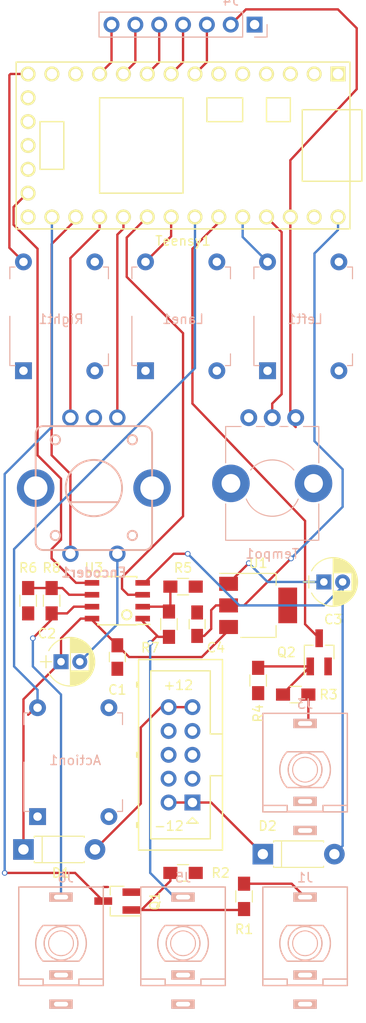
<source format=kicad_pcb>
(kicad_pcb (version 4) (host pcbnew 4.0.7)

  (general
    (links 75)
    (no_connects 28)
    (area 102.924999 44.05 143.075001 159.075001)
    (thickness 1.6)
    (drawings 7)
    (tracks 184)
    (zones 0)
    (modules 31)
    (nets 49)
  )

  (page A4)
  (layers
    (0 F.Cu signal)
    (31 B.Cu signal hide)
    (32 B.Adhes user hide)
    (33 F.Adhes user hide)
    (34 B.Paste user hide)
    (35 F.Paste user hide)
    (36 B.SilkS user hide)
    (37 F.SilkS user)
    (38 B.Mask user hide)
    (39 F.Mask user hide)
    (40 Dwgs.User user hide)
    (41 Cmts.User user hide)
    (42 Eco1.User user hide)
    (43 Eco2.User user hide)
    (44 Edge.Cuts user hide)
    (45 Margin user hide)
    (46 B.CrtYd user hide)
    (47 F.CrtYd user hide)
    (48 B.Fab user hide)
    (49 F.Fab user hide)
  )

  (setup
    (last_trace_width 0.25)
    (trace_clearance 0.2)
    (zone_clearance 0.508)
    (zone_45_only no)
    (trace_min 0.2)
    (segment_width 0.2)
    (edge_width 0.15)
    (via_size 0.6)
    (via_drill 0.4)
    (via_min_size 0.4)
    (via_min_drill 0.3)
    (uvia_size 0.3)
    (uvia_drill 0.1)
    (uvias_allowed no)
    (uvia_min_size 0.2)
    (uvia_min_drill 0.1)
    (pcb_text_width 0.3)
    (pcb_text_size 1.5 1.5)
    (mod_edge_width 0.15)
    (mod_text_size 1 1)
    (mod_text_width 0.15)
    (pad_size 1.75 1.75)
    (pad_drill 1.1)
    (pad_to_mask_clearance 0.2)
    (aux_axis_origin 105.5 51.5)
    (visible_elements 7FFEFFFF)
    (pcbplotparams
      (layerselection 0x010f0_80000001)
      (usegerberextensions false)
      (excludeedgelayer true)
      (linewidth 0.100000)
      (plotframeref false)
      (viasonmask false)
      (mode 1)
      (useauxorigin false)
      (hpglpennumber 1)
      (hpglpenspeed 20)
      (hpglpendiameter 15)
      (hpglpenoverlay 2)
      (psnegative false)
      (psa4output false)
      (plotreference true)
      (plotvalue true)
      (plotinvisibletext false)
      (padsonsilk false)
      (subtractmaskfromsilk false)
      (outputformat 1)
      (mirror false)
      (drillshape 0)
      (scaleselection 1)
      (outputdirectory Gerbers/))
  )

  (net 0 "")
  (net 1 /CLOCK)
  (net 2 GND)
  (net 3 /ACTION)
  (net 4 VCC)
  (net 5 VEE)
  (net 6 +5V)
  (net 7 "Net-(D1-Pad2)")
  (net 8 "Net-(D2-Pad1)")
  (net 9 "Net-(J1-Pad2)")
  (net 10 "Net-(J3-Pad2)")
  (net 11 "Net-(J5-Pad3)")
  (net 12 "Net-(J5-Pad2)")
  (net 13 "Net-(J6-Pad3)")
  (net 14 "Net-(J6-Pad2)")
  (net 15 "Net-(R5-Pad2)")
  (net 16 "Net-(R6-Pad2)")
  (net 17 +3V3)
  (net 18 /CV)
  (net 19 /GATE)
  (net 20 /OLED_D0)
  (net 21 /OLED_D1)
  (net 22 /OLED_CS)
  (net 23 /OLED_RES)
  (net 24 /OLED_DC)
  (net 25 /ENC_3)
  (net 26 /ENC_1)
  (net 27 /ENC_SW)
  (net 28 "Net-(J1-Pad3)")
  (net 29 "Net-(J3-Pad3)")
  (net 30 /SPEED)
  (net 31 /ACTIONCV)
  (net 32 /LANE)
  (net 33 /RIGHT)
  (net 34 /LEFT)
  (net 35 "Net-(Teensy1-Pad17)")
  (net 36 "Net-(Teensy1-Pad18)")
  (net 37 "Net-(Teensy1-Pad20)")
  (net 38 "Net-(Teensy1-Pad16)")
  (net 39 "Net-(Teensy1-Pad15)")
  (net 40 "Net-(Teensy1-Pad32)")
  (net 41 "Net-(Teensy1-Pad12)")
  (net 42 "Net-(Teensy1-Pad6)")
  (net 43 "Net-(Teensy1-Pad5)")
  (net 44 "Net-(Teensy1-Pad4)")
  (net 45 "Net-(Teensy1-Pad3)")
  (net 46 "Net-(Teensy1-Pad2)")
  (net 47 "Net-(Q1-Pad1)")
  (net 48 "Net-(Q2-Pad1)")

  (net_class Default "This is the default net class."
    (clearance 0.2)
    (trace_width 0.25)
    (via_dia 0.6)
    (via_drill 0.4)
    (uvia_dia 0.3)
    (uvia_drill 0.1)
    (add_net +3V3)
    (add_net +5V)
    (add_net /ACTION)
    (add_net /ACTIONCV)
    (add_net /CLOCK)
    (add_net /CV)
    (add_net /ENC_1)
    (add_net /ENC_3)
    (add_net /ENC_SW)
    (add_net /GATE)
    (add_net /LANE)
    (add_net /LEFT)
    (add_net /OLED_CS)
    (add_net /OLED_D0)
    (add_net /OLED_D1)
    (add_net /OLED_DC)
    (add_net /OLED_RES)
    (add_net /RIGHT)
    (add_net /SPEED)
    (add_net GND)
    (add_net "Net-(D1-Pad2)")
    (add_net "Net-(D2-Pad1)")
    (add_net "Net-(J1-Pad2)")
    (add_net "Net-(J1-Pad3)")
    (add_net "Net-(J3-Pad2)")
    (add_net "Net-(J3-Pad3)")
    (add_net "Net-(J5-Pad2)")
    (add_net "Net-(J5-Pad3)")
    (add_net "Net-(J6-Pad2)")
    (add_net "Net-(J6-Pad3)")
    (add_net "Net-(Q1-Pad1)")
    (add_net "Net-(Q2-Pad1)")
    (add_net "Net-(R5-Pad2)")
    (add_net "Net-(R6-Pad2)")
    (add_net "Net-(Teensy1-Pad12)")
    (add_net "Net-(Teensy1-Pad15)")
    (add_net "Net-(Teensy1-Pad16)")
    (add_net "Net-(Teensy1-Pad17)")
    (add_net "Net-(Teensy1-Pad18)")
    (add_net "Net-(Teensy1-Pad2)")
    (add_net "Net-(Teensy1-Pad20)")
    (add_net "Net-(Teensy1-Pad3)")
    (add_net "Net-(Teensy1-Pad32)")
    (add_net "Net-(Teensy1-Pad4)")
    (add_net "Net-(Teensy1-Pad5)")
    (add_net "Net-(Teensy1-Pad6)")
    (add_net VCC)
    (add_net VEE)
  )

  (module Connectors_Multicomp:Multicomp_MC9A12-1034_2x05x2.54mm_Straight (layer F.Cu) (tedit 5B4CD764) (tstamp 5B4373B1)
    (at 124 135 90)
    (descr http://www.farnell.com/datasheets/1520732.pdf)
    (tags "connector multicomp MC9A MC9A12")
    (path /5B44E65B)
    (fp_text reference J2 (at -3 -7 90) (layer F.SilkS) hide
      (effects (font (size 1 1) (thickness 0.15)))
    )
    (fp_text value Eurorack_10_pin_power (at 5.08 5 90) (layer F.Fab)
      (effects (font (size 1 1) (thickness 0.15)))
    )
    (fp_line (start -5.07 3.2) (end -5.07 -5.74) (layer F.SilkS) (width 0.15))
    (fp_line (start -5.07 -5.74) (end 15.23 -5.74) (layer F.SilkS) (width 0.15))
    (fp_line (start 15.23 -5.74) (end 15.23 3.2) (layer F.SilkS) (width 0.15))
    (fp_line (start 15.23 3.2) (end -5.07 3.2) (layer F.SilkS) (width 0.15))
    (fp_line (start 2.855 3.2) (end 2.855 1.9) (layer F.SilkS) (width 0.15))
    (fp_line (start 2.855 1.9) (end -3.87 1.9) (layer F.SilkS) (width 0.15))
    (fp_line (start -3.87 1.9) (end -3.87 -4.44) (layer F.SilkS) (width 0.15))
    (fp_line (start -3.87 -4.44) (end 14.03 -4.44) (layer F.SilkS) (width 0.15))
    (fp_line (start 14.03 -4.44) (end 14.03 1.9) (layer F.SilkS) (width 0.15))
    (fp_line (start 14.03 1.9) (end 7.305 1.9) (layer F.SilkS) (width 0.15))
    (fp_line (start 7.305 1.9) (end 7.305 3.2) (layer F.SilkS) (width 0.15))
    (fp_line (start 4.83 -5.74) (end 4.83 -5.94) (layer F.SilkS) (width 0.15))
    (fp_line (start 4.83 -5.94) (end 5.33 -5.94) (layer F.SilkS) (width 0.15))
    (fp_line (start 5.33 -5.94) (end 5.33 -5.74) (layer F.SilkS) (width 0.15))
    (fp_line (start 4.83 -5.84) (end 5.33 -5.84) (layer F.SilkS) (width 0.15))
    (fp_line (start 12.31 -5.74) (end 12.31 -5.94) (layer F.SilkS) (width 0.15))
    (fp_line (start 12.31 -5.94) (end 12.81 -5.94) (layer F.SilkS) (width 0.15))
    (fp_line (start 12.81 -5.94) (end 12.81 -5.74) (layer F.SilkS) (width 0.15))
    (fp_line (start 12.31 -5.84) (end 12.81 -5.84) (layer F.SilkS) (width 0.15))
    (fp_line (start -2.65 -5.74) (end -2.65 -5.94) (layer F.SilkS) (width 0.15))
    (fp_line (start -2.65 -5.94) (end -2.15 -5.94) (layer F.SilkS) (width 0.15))
    (fp_line (start -2.15 -5.94) (end -2.15 -5.74) (layer F.SilkS) (width 0.15))
    (fp_line (start -2.65 -5.84) (end -2.15 -5.84) (layer F.SilkS) (width 0.15))
    (fp_line (start -2.2 0.6) (end -2.2 -0.6) (layer F.SilkS) (width 0.15))
    (fp_line (start -2.2 -0.6) (end -1.6 0) (layer F.SilkS) (width 0.15))
    (fp_line (start -1.6 0) (end -2.2 0.6) (layer F.SilkS) (width 0.15))
    (fp_line (start -5.55 3.7) (end -5.55 -6.25) (layer F.CrtYd) (width 0.05))
    (fp_line (start -5.55 -6.25) (end 15.75 -6.25) (layer F.CrtYd) (width 0.05))
    (fp_line (start 15.75 -6.25) (end 15.75 3.7) (layer F.CrtYd) (width 0.05))
    (fp_line (start 15.75 3.7) (end -5.55 3.7) (layer F.CrtYd) (width 0.05))
    (pad 1 thru_hole rect (at 0 0 90) (size 1.7 1.7) (drill 1) (layers *.Cu *.Mask)
      (net 8 "Net-(D2-Pad1)"))
    (pad 2 thru_hole circle (at 0 -2.54 90) (size 1.7 1.7) (drill 1) (layers *.Cu *.Mask)
      (net 8 "Net-(D2-Pad1)"))
    (pad 3 thru_hole circle (at 2.54 0 90) (size 1.7 1.7) (drill 1) (layers *.Cu *.Mask)
      (net 2 GND))
    (pad 4 thru_hole circle (at 2.54 -2.54 90) (size 1.7 1.7) (drill 1) (layers *.Cu *.Mask)
      (net 2 GND))
    (pad 5 thru_hole circle (at 5.08 0 90) (size 1.7 1.7) (drill 1) (layers *.Cu *.Mask)
      (net 2 GND))
    (pad 6 thru_hole circle (at 5.08 -2.54 90) (size 1.7 1.7) (drill 1) (layers *.Cu *.Mask)
      (net 2 GND))
    (pad 7 thru_hole circle (at 7.62 0 90) (size 1.7 1.7) (drill 1) (layers *.Cu *.Mask)
      (net 2 GND))
    (pad 8 thru_hole circle (at 7.62 -2.54 90) (size 1.7 1.7) (drill 1) (layers *.Cu *.Mask)
      (net 2 GND))
    (pad 9 thru_hole circle (at 10.16 0 90) (size 1.7 1.7) (drill 1) (layers *.Cu *.Mask)
      (net 7 "Net-(D1-Pad2)"))
    (pad 10 thru_hole circle (at 10.16 -2.54 90) (size 1.7 1.7) (drill 1) (layers *.Cu *.Mask)
      (net 7 "Net-(D1-Pad2)"))
  )

  (module Buttons_Switches_THT:SW_MEC_5GTH9 (layer B.Cu) (tedit 5B4DDDE3) (tstamp 5B437412)
    (at 107.5 136.5)
    (descr "MEC 5G single pole normally-open tactile switch")
    (tags "switch normally-open pushbutton push-button")
    (path /5B423AB9)
    (fp_text reference Action1 (at 4 -6) (layer B.SilkS)
      (effects (font (size 1 1) (thickness 0.15)) (justify mirror))
    )
    (fp_text value "Action Button" (at 3.8 -13.6 180) (layer B.Fab)
      (effects (font (size 1 1) (thickness 0.15)) (justify mirror))
    )
    (fp_line (start -1.5 1.2) (end 9.1 1.2) (layer B.CrtYd) (width 0.05))
    (fp_line (start 9.1 1.2) (end 9.1 -12.8) (layer B.CrtYd) (width 0.05))
    (fp_line (start 9.1 -12.8) (end -1.5 -12.8) (layer B.CrtYd) (width 0.05))
    (fp_line (start -1.5 -12.8) (end -1.5 1.2) (layer B.CrtYd) (width 0.05))
    (fp_line (start 8.5 -0.55) (end 9.05 -0.55) (layer B.SilkS) (width 0.12))
    (fp_line (start 9.05 -0.55) (end 9.05 -1.8) (layer B.SilkS) (width 0.12))
    (fp_line (start 8.5 -11.05) (end 9.05 -11.05) (layer B.SilkS) (width 0.12))
    (fp_line (start 9.05 -11.05) (end 9.05 -9.8) (layer B.SilkS) (width 0.12))
    (fp_line (start -0.9 -0.55) (end -1.45 -0.55) (layer B.SilkS) (width 0.12))
    (fp_line (start -1.45 -0.55) (end -1.45 -5.8) (layer B.SilkS) (width 0.12))
    (fp_line (start -0.9 -11.05) (end -1.45 -11.05) (layer B.SilkS) (width 0.12))
    (fp_line (start -1.45 -11.05) (end -1.45 -9.8) (layer B.SilkS) (width 0.12))
    (fp_circle (center -0.05 -1.5) (end -0.05 -1.1) (layer B.Fab) (width 0.1))
    (fp_line (start -1.2 -10.8) (end -1.2 -0.8) (layer B.Fab) (width 0.1))
    (fp_line (start -1.2 -0.8) (end 8.8 -0.8) (layer B.Fab) (width 0.1))
    (fp_line (start 8.8 -0.8) (end 8.8 -10.8) (layer B.Fab) (width 0.1))
    (fp_line (start 8.8 -10.8) (end -1.2 -10.8) (layer B.Fab) (width 0.1))
    (pad 3 thru_hole circle (at 7.6 0 270) (size 1.8 1.8) (drill 0.9) (layers *.Cu *.Mask))
    (pad 4 thru_hole circle (at 7.6 -11.6 270) (size 1.8 1.8) (drill 0.9) (layers *.Cu *.Mask))
    (pad 1 thru_hole rect (at 0 0 270) (size 1.8 1.8) (drill 0.9) (layers *.Cu *.Mask)
      (net 2 GND))
    (pad 2 thru_hole circle (at 0 -11.6 270) (size 1.8 1.8) (drill 0.9) (layers *.Cu *.Mask)
      (net 3 /ACTION))
    (model ${KISYS3DMOD}/Buttons_Switches_THT.3dshapes/SW_MEC_5GTH9.wrl
      (at (xyz 0 0 0))
      (scale (xyz 1 1 1))
      (rotate (xyz 0 0 0))
    )
  )

  (module PlayDice:OLED_7_Pin_Connector (layer B.Cu) (tedit 5B437731) (tstamp 5B4373C3)
    (at 123 44.5 180)
    (descr "Through hole straight socket strip, 1x07, 2.54mm pitch, single row")
    (tags "Through hole socket strip THT 1x07 2.54mm single row")
    (path /5B3FAA95)
    (fp_text reference J4 (at -5.08 -5.08 180) (layer B.SilkS)
      (effects (font (size 1 1) (thickness 0.15)) (justify mirror))
    )
    (fp_text value OLED (at 1.27 -5.08 360) (layer B.Fab)
      (effects (font (size 1 1) (thickness 0.15)) (justify mirror))
    )
    (fp_line (start -8.89 -8.89) (end 8.89 -8.89) (layer B.Fab) (width 0.1))
    (fp_line (start 8.89 -8.89) (end 8.89 -6.35) (layer B.Fab) (width 0.1))
    (fp_line (start 8.89 -6.35) (end -8.89 -6.35) (layer B.Fab) (width 0.1))
    (fp_line (start -8.89 -6.35) (end -8.89 -8.89) (layer B.Fab) (width 0.1))
    (fp_line (start -6.35 -8.95) (end 8.95 -8.95) (layer B.SilkS) (width 0.12))
    (fp_line (start 8.95 -8.95) (end 8.95 -6.29) (layer B.SilkS) (width 0.12))
    (fp_line (start 8.95 -6.29) (end -6.35 -6.29) (layer B.SilkS) (width 0.12))
    (fp_line (start -6.35 -6.29) (end -6.35 -8.95) (layer B.SilkS) (width 0.12))
    (fp_line (start -7.62 -8.95) (end -8.95 -8.95) (layer B.SilkS) (width 0.12))
    (fp_line (start -8.95 -8.95) (end -8.95 -7.62) (layer B.SilkS) (width 0.12))
    (fp_line (start -9.42 -9.42) (end 9.43 -9.42) (layer B.CrtYd) (width 0.05))
    (fp_line (start 9.43 -9.42) (end 9.43 -5.82) (layer B.CrtYd) (width 0.05))
    (fp_line (start 9.43 -5.82) (end -9.42 -5.82) (layer B.CrtYd) (width 0.05))
    (fp_line (start -9.42 -5.82) (end -9.42 -9.42) (layer B.CrtYd) (width 0.05))
    (fp_text user %R (at -5.08 -5.08 360) (layer B.Fab)
      (effects (font (size 1 1) (thickness 0.15)) (justify mirror))
    )
    (pad 1 thru_hole rect (at -7.62 -7.62 90) (size 1.7 1.7) (drill 1) (layers *.Cu *.Mask)
      (net 2 GND))
    (pad 2 thru_hole oval (at -5.08 -7.62 90) (size 1.7 1.7) (drill 1) (layers *.Cu *.Mask)
      (net 17 +3V3))
    (pad 3 thru_hole oval (at -2.54 -7.62 90) (size 1.7 1.7) (drill 1) (layers *.Cu *.Mask)
      (net 20 /OLED_D0))
    (pad 4 thru_hole oval (at 0 -7.62 90) (size 1.7 1.7) (drill 1) (layers *.Cu *.Mask)
      (net 21 /OLED_D1))
    (pad 5 thru_hole oval (at 2.54 -7.62 90) (size 1.7 1.7) (drill 1) (layers *.Cu *.Mask)
      (net 23 /OLED_RES))
    (pad 6 thru_hole oval (at 5.08 -7.62 90) (size 1.7 1.7) (drill 1) (layers *.Cu *.Mask)
      (net 24 /OLED_DC))
    (pad 7 thru_hole oval (at 7.62 -7.62 90) (size 1.7 1.7) (drill 1) (layers *.Cu *.Mask)
      (net 22 /OLED_CS))
    (model ${KISYS3DMOD}/Socket_Strips.3dshapes/Socket_Strip_Straight_1x07_Pitch2.54mm.wrl
      (at (xyz 0 -0.3 0))
      (scale (xyz 1 1 1))
      (rotate (xyz 0 0 0))
    )
  )

  (module Buttons_Switches_THT:SW_MEC_5GTH9 (layer B.Cu) (tedit 5B4DDDF7) (tstamp 5B43741A)
    (at 119 89)
    (descr "MEC 5G single pole normally-open tactile switch")
    (tags "switch normally-open pushbutton push-button")
    (path /5B422EFA)
    (fp_text reference Lane1 (at 4 -5.5) (layer B.SilkS)
      (effects (font (size 1 1) (thickness 0.15)) (justify mirror))
    )
    (fp_text value "Lane Button" (at 3.8 -13.6 180) (layer B.Fab)
      (effects (font (size 1 1) (thickness 0.15)) (justify mirror))
    )
    (fp_line (start -1.5 1.2) (end 9.1 1.2) (layer B.CrtYd) (width 0.05))
    (fp_line (start 9.1 1.2) (end 9.1 -12.8) (layer B.CrtYd) (width 0.05))
    (fp_line (start 9.1 -12.8) (end -1.5 -12.8) (layer B.CrtYd) (width 0.05))
    (fp_line (start -1.5 -12.8) (end -1.5 1.2) (layer B.CrtYd) (width 0.05))
    (fp_line (start 8.5 -0.55) (end 9.05 -0.55) (layer B.SilkS) (width 0.12))
    (fp_line (start 9.05 -0.55) (end 9.05 -1.8) (layer B.SilkS) (width 0.12))
    (fp_line (start 8.5 -11.05) (end 9.05 -11.05) (layer B.SilkS) (width 0.12))
    (fp_line (start 9.05 -11.05) (end 9.05 -9.8) (layer B.SilkS) (width 0.12))
    (fp_line (start -0.9 -0.55) (end -1.45 -0.55) (layer B.SilkS) (width 0.12))
    (fp_line (start -1.45 -0.55) (end -1.45 -5.8) (layer B.SilkS) (width 0.12))
    (fp_line (start -0.9 -11.05) (end -1.45 -11.05) (layer B.SilkS) (width 0.12))
    (fp_line (start -1.45 -11.05) (end -1.45 -9.8) (layer B.SilkS) (width 0.12))
    (fp_circle (center -0.05 -1.5) (end -0.05 -1.1) (layer B.Fab) (width 0.1))
    (fp_line (start -1.2 -10.8) (end -1.2 -0.8) (layer B.Fab) (width 0.1))
    (fp_line (start -1.2 -0.8) (end 8.8 -0.8) (layer B.Fab) (width 0.1))
    (fp_line (start 8.8 -0.8) (end 8.8 -10.8) (layer B.Fab) (width 0.1))
    (fp_line (start 8.8 -10.8) (end -1.2 -10.8) (layer B.Fab) (width 0.1))
    (pad 3 thru_hole circle (at 7.6 0 270) (size 1.8 1.8) (drill 0.9) (layers *.Cu *.Mask))
    (pad 4 thru_hole circle (at 7.6 -11.6 270) (size 1.8 1.8) (drill 0.9) (layers *.Cu *.Mask))
    (pad 1 thru_hole rect (at 0 0 270) (size 1.8 1.8) (drill 0.9) (layers *.Cu *.Mask)
      (net 2 GND))
    (pad 2 thru_hole circle (at 0 -11.6 270) (size 1.8 1.8) (drill 0.9) (layers *.Cu *.Mask)
      (net 32 /LANE))
    (model ${KISYS3DMOD}/Buttons_Switches_THT.3dshapes/SW_MEC_5GTH9.wrl
      (at (xyz 0 0 0))
      (scale (xyz 1 1 1))
      (rotate (xyz 0 0 0))
    )
  )

  (module Buttons_Switches_THT:SW_MEC_5GTH9 (layer B.Cu) (tedit 5B4DDDFD) (tstamp 5B437422)
    (at 106 89)
    (descr "MEC 5G single pole normally-open tactile switch")
    (tags "switch normally-open pushbutton push-button")
    (path /5A99E833)
    (fp_text reference Right1 (at 4 -5.5) (layer B.SilkS)
      (effects (font (size 1 1) (thickness 0.15)) (justify mirror))
    )
    (fp_text value "Right Button" (at 3.8 -13.6 180) (layer B.Fab)
      (effects (font (size 1 1) (thickness 0.15)) (justify mirror))
    )
    (fp_line (start -1.5 1.2) (end 9.1 1.2) (layer B.CrtYd) (width 0.05))
    (fp_line (start 9.1 1.2) (end 9.1 -12.8) (layer B.CrtYd) (width 0.05))
    (fp_line (start 9.1 -12.8) (end -1.5 -12.8) (layer B.CrtYd) (width 0.05))
    (fp_line (start -1.5 -12.8) (end -1.5 1.2) (layer B.CrtYd) (width 0.05))
    (fp_line (start 8.5 -0.55) (end 9.05 -0.55) (layer B.SilkS) (width 0.12))
    (fp_line (start 9.05 -0.55) (end 9.05 -1.8) (layer B.SilkS) (width 0.12))
    (fp_line (start 8.5 -11.05) (end 9.05 -11.05) (layer B.SilkS) (width 0.12))
    (fp_line (start 9.05 -11.05) (end 9.05 -9.8) (layer B.SilkS) (width 0.12))
    (fp_line (start -0.9 -0.55) (end -1.45 -0.55) (layer B.SilkS) (width 0.12))
    (fp_line (start -1.45 -0.55) (end -1.45 -5.8) (layer B.SilkS) (width 0.12))
    (fp_line (start -0.9 -11.05) (end -1.45 -11.05) (layer B.SilkS) (width 0.12))
    (fp_line (start -1.45 -11.05) (end -1.45 -9.8) (layer B.SilkS) (width 0.12))
    (fp_circle (center -0.05 -1.5) (end -0.05 -1.1) (layer B.Fab) (width 0.1))
    (fp_line (start -1.2 -10.8) (end -1.2 -0.8) (layer B.Fab) (width 0.1))
    (fp_line (start -1.2 -0.8) (end 8.8 -0.8) (layer B.Fab) (width 0.1))
    (fp_line (start 8.8 -0.8) (end 8.8 -10.8) (layer B.Fab) (width 0.1))
    (fp_line (start 8.8 -10.8) (end -1.2 -10.8) (layer B.Fab) (width 0.1))
    (pad 3 thru_hole circle (at 7.6 0 270) (size 1.8 1.8) (drill 0.9) (layers *.Cu *.Mask))
    (pad 4 thru_hole circle (at 7.6 -11.6 270) (size 1.8 1.8) (drill 0.9) (layers *.Cu *.Mask))
    (pad 1 thru_hole rect (at 0 0 270) (size 1.8 1.8) (drill 0.9) (layers *.Cu *.Mask)
      (net 2 GND))
    (pad 2 thru_hole circle (at 0 -11.6 270) (size 1.8 1.8) (drill 0.9) (layers *.Cu *.Mask)
      (net 33 /RIGHT))
    (model ${KISYS3DMOD}/Buttons_Switches_THT.3dshapes/SW_MEC_5GTH9.wrl
      (at (xyz 0 0 0))
      (scale (xyz 1 1 1))
      (rotate (xyz 0 0 0))
    )
  )

  (module Buttons_Switches_THT:SW_MEC_5GTH9 (layer B.Cu) (tedit 5B4DDDEE) (tstamp 5B43742A)
    (at 132 89)
    (descr "MEC 5G single pole normally-open tactile switch")
    (tags "switch normally-open pushbutton push-button")
    (path /5A99E8D7)
    (fp_text reference Left1 (at 4 -5.5) (layer B.SilkS)
      (effects (font (size 1 1) (thickness 0.15)) (justify mirror))
    )
    (fp_text value "Left Button" (at 3.8 -13.6 180) (layer B.Fab)
      (effects (font (size 1 1) (thickness 0.15)) (justify mirror))
    )
    (fp_line (start -1.5 1.2) (end 9.1 1.2) (layer B.CrtYd) (width 0.05))
    (fp_line (start 9.1 1.2) (end 9.1 -12.8) (layer B.CrtYd) (width 0.05))
    (fp_line (start 9.1 -12.8) (end -1.5 -12.8) (layer B.CrtYd) (width 0.05))
    (fp_line (start -1.5 -12.8) (end -1.5 1.2) (layer B.CrtYd) (width 0.05))
    (fp_line (start 8.5 -0.55) (end 9.05 -0.55) (layer B.SilkS) (width 0.12))
    (fp_line (start 9.05 -0.55) (end 9.05 -1.8) (layer B.SilkS) (width 0.12))
    (fp_line (start 8.5 -11.05) (end 9.05 -11.05) (layer B.SilkS) (width 0.12))
    (fp_line (start 9.05 -11.05) (end 9.05 -9.8) (layer B.SilkS) (width 0.12))
    (fp_line (start -0.9 -0.55) (end -1.45 -0.55) (layer B.SilkS) (width 0.12))
    (fp_line (start -1.45 -0.55) (end -1.45 -5.8) (layer B.SilkS) (width 0.12))
    (fp_line (start -0.9 -11.05) (end -1.45 -11.05) (layer B.SilkS) (width 0.12))
    (fp_line (start -1.45 -11.05) (end -1.45 -9.8) (layer B.SilkS) (width 0.12))
    (fp_circle (center -0.05 -1.5) (end -0.05 -1.1) (layer B.Fab) (width 0.1))
    (fp_line (start -1.2 -10.8) (end -1.2 -0.8) (layer B.Fab) (width 0.1))
    (fp_line (start -1.2 -0.8) (end 8.8 -0.8) (layer B.Fab) (width 0.1))
    (fp_line (start 8.8 -0.8) (end 8.8 -10.8) (layer B.Fab) (width 0.1))
    (fp_line (start 8.8 -10.8) (end -1.2 -10.8) (layer B.Fab) (width 0.1))
    (pad 3 thru_hole circle (at 7.6 0 270) (size 1.8 1.8) (drill 0.9) (layers *.Cu *.Mask))
    (pad 4 thru_hole circle (at 7.6 -11.6 270) (size 1.8 1.8) (drill 0.9) (layers *.Cu *.Mask))
    (pad 1 thru_hole rect (at 0 0 270) (size 1.8 1.8) (drill 0.9) (layers *.Cu *.Mask)
      (net 2 GND))
    (pad 2 thru_hole circle (at 0 -11.6 270) (size 1.8 1.8) (drill 0.9) (layers *.Cu *.Mask)
      (net 34 /LEFT))
    (model ${KISYS3DMOD}/Buttons_Switches_THT.3dshapes/SW_MEC_5GTH9.wrl
      (at (xyz 0 0 0))
      (scale (xyz 1 1 1))
      (rotate (xyz 0 0 0))
    )
  )

  (module PlayDice:Rotary_Encoder_Switch (layer B.Cu) (tedit 5B4DDE1A) (tstamp 5B437435)
    (at 113.5 101.5)
    (tags "rotary, encoder, ALPS")
    (path /5B42372D)
    (fp_text reference Encoder1 (at 0 9) (layer B.SilkS)
      (effects (font (size 1 1) (thickness 0.2)) (justify mirror))
    )
    (fp_text value Rotary_Encoder_Switch (at 0 4.8) (layer B.SilkS) hide
      (effects (font (size 1 1) (thickness 0.2)) (justify mirror))
    )
    (fp_circle (center 0 0) (end 3.75 0) (layer B.Fab) (width 0.05))
    (fp_circle (center -4.1 -5.15) (end -3.6 -5.15) (layer B.SilkS) (width 0.2))
    (fp_circle (center 4.1 -5.15) (end 4.6 -5.15) (layer B.SilkS) (width 0.2))
    (fp_circle (center 4.1 5.05) (end 4.6 5.05) (layer B.SilkS) (width 0.2))
    (fp_circle (center -4.1 5.05) (end -3.6 5.05) (layer B.SilkS) (width 0.2))
    (fp_line (start -6.2 -5.8) (end -6.2 5.8) (layer B.SilkS) (width 0.2))
    (fp_line (start 6.2 5.8) (end 6.2 -5.8) (layer B.SilkS) (width 0.2))
    (fp_line (start -5.4 6.6) (end 5.4 6.6) (layer B.SilkS) (width 0.2))
    (fp_line (start -5.4 -6.6) (end 5.4 -6.6) (layer B.SilkS) (width 0.2))
    (fp_arc (start -5.4 5.8) (end -6.2 5.8) (angle -90) (layer B.SilkS) (width 0.2))
    (fp_arc (start -5.4 -5.8) (end -5.4 -6.6) (angle -90) (layer B.SilkS) (width 0.2))
    (fp_arc (start 5.4 -5.8) (end 6.2 -5.8) (angle -90) (layer B.SilkS) (width 0.2))
    (fp_arc (start 5.4 5.8) (end 5.4 6.6) (angle -90) (layer B.SilkS) (width 0.2))
    (fp_line (start -2.6 1.5) (end 2.6 1.5) (layer B.SilkS) (width 0.2))
    (fp_circle (center 0 0) (end 3 0) (layer B.SilkS) (width 0.2))
    (pad 1 thru_hole circle (at -2.5 -7.5) (size 1.75 1.75) (drill 1.1) (layers *.Cu *.Mask)
      (net 26 /ENC_1))
    (pad 3 thru_hole circle (at 2.5 -7.5) (size 1.75 1.75) (drill 1.1) (layers *.Cu *.Mask)
      (net 25 /ENC_3))
    (pad 2 thru_hole circle (at 0 -7.5) (size 1.75 1.75) (drill 1.1) (layers *.Cu *.Mask)
      (net 2 GND))
    (pad 5 thru_hole circle (at 2.5 7) (size 1.75 1.75) (drill 1.1) (layers *.Cu *.Mask)
      (net 2 GND))
    (pad 4 thru_hole circle (at -2.5 7) (size 1.75 1.75) (drill 1.1) (layers *.Cu *.Mask)
      (net 27 /ENC_SW))
    (pad body thru_hole oval (at 6.2 0) (size 4 4) (drill 2.5) (layers *.Cu *.Mask))
    (pad body thru_hole oval (at -6.2 0) (size 4 4) (drill 2.5) (layers *.Cu *.Mask))
  )

  (module PlayDice:Teensy30_31_32_LC (layer F.Cu) (tedit 5B4CF91A) (tstamp 5B437474)
    (at 123 65 180)
    (path /5A99E489)
    (fp_text reference Teensy1 (at 0 -10.16 180) (layer F.SilkS)
      (effects (font (size 1 1) (thickness 0.15)))
    )
    (fp_text value Teensy3.2 (at 0 10.16 180) (layer F.Fab)
      (effects (font (size 1 1) (thickness 0.15)))
    )
    (fp_line (start -17.78 3.81) (end -19.05 3.81) (layer F.SilkS) (width 0.15))
    (fp_line (start -19.05 3.81) (end -19.05 -3.81) (layer F.SilkS) (width 0.15))
    (fp_line (start -19.05 -3.81) (end -17.78 -3.81) (layer F.SilkS) (width 0.15))
    (fp_line (start -6.35 5.08) (end -2.54 5.08) (layer F.SilkS) (width 0.15))
    (fp_line (start -2.54 5.08) (end -2.54 2.54) (layer F.SilkS) (width 0.15))
    (fp_line (start -2.54 2.54) (end -6.35 2.54) (layer F.SilkS) (width 0.15))
    (fp_line (start -6.35 2.54) (end -6.35 5.08) (layer F.SilkS) (width 0.15))
    (fp_line (start -12.7 3.81) (end -12.7 -3.81) (layer F.SilkS) (width 0.15))
    (fp_line (start -12.7 -3.81) (end -17.78 -3.81) (layer F.SilkS) (width 0.15))
    (fp_line (start -12.7 3.81) (end -17.78 3.81) (layer F.SilkS) (width 0.15))
    (fp_line (start -11.43 5.08) (end -8.89 5.08) (layer F.SilkS) (width 0.15))
    (fp_line (start -8.89 5.08) (end -8.89 2.54) (layer F.SilkS) (width 0.15))
    (fp_line (start -8.89 2.54) (end -11.43 2.54) (layer F.SilkS) (width 0.15))
    (fp_line (start -11.43 2.54) (end -11.43 5.08) (layer F.SilkS) (width 0.15))
    (fp_line (start 15.24 -2.54) (end 15.24 2.54) (layer F.SilkS) (width 0.15))
    (fp_line (start 15.24 2.54) (end 12.7 2.54) (layer F.SilkS) (width 0.15))
    (fp_line (start 12.7 2.54) (end 12.7 -2.54) (layer F.SilkS) (width 0.15))
    (fp_line (start 12.7 -2.54) (end 15.24 -2.54) (layer F.SilkS) (width 0.15))
    (fp_line (start 8.89 5.08) (end 8.89 -5.08) (layer F.SilkS) (width 0.15))
    (fp_line (start 0 -5.08) (end 0 5.08) (layer F.SilkS) (width 0.15))
    (fp_line (start 8.89 -5.08) (end 0 -5.08) (layer F.SilkS) (width 0.15))
    (fp_line (start 8.89 5.08) (end 0 5.08) (layer F.SilkS) (width 0.15))
    (fp_line (start -17.78 -8.89) (end 17.78 -8.89) (layer F.SilkS) (width 0.15))
    (fp_line (start 17.78 -8.89) (end 17.78 8.89) (layer F.SilkS) (width 0.15))
    (fp_line (start 17.78 8.89) (end -17.78 8.89) (layer F.SilkS) (width 0.15))
    (fp_line (start -17.78 8.89) (end -17.78 -8.89) (layer F.SilkS) (width 0.15))
    (pad 17 thru_hole circle (at 16.51 0 180) (size 1.6 1.6) (drill 1.1) (layers *.Cu *.Mask F.SilkS)
      (net 35 "Net-(Teensy1-Pad17)"))
    (pad 18 thru_hole circle (at 16.51 -2.54 180) (size 1.6 1.6) (drill 1.1) (layers *.Cu *.Mask F.SilkS)
      (net 36 "Net-(Teensy1-Pad18)"))
    (pad 19 thru_hole circle (at 16.51 -5.08 180) (size 1.6 1.6) (drill 1.1) (layers *.Cu *.Mask F.SilkS)
      (net 18 /CV))
    (pad 20 thru_hole circle (at 16.51 -7.62 180) (size 1.6 1.6) (drill 1.1) (layers *.Cu *.Mask F.SilkS)
      (net 37 "Net-(Teensy1-Pad20)"))
    (pad 16 thru_hole circle (at 16.51 2.54 180) (size 1.6 1.6) (drill 1.1) (layers *.Cu *.Mask F.SilkS)
      (net 38 "Net-(Teensy1-Pad16)"))
    (pad 15 thru_hole circle (at 16.51 5.08 180) (size 1.6 1.6) (drill 1.1) (layers *.Cu *.Mask F.SilkS)
      (net 39 "Net-(Teensy1-Pad15)"))
    (pad 14 thru_hole circle (at 16.51 7.62 180) (size 1.6 1.6) (drill 1.1) (layers *.Cu *.Mask F.SilkS)
      (net 33 /RIGHT))
    (pad 21 thru_hole circle (at 13.97 -7.62 180) (size 1.6 1.6) (drill 1.1) (layers *.Cu *.Mask F.SilkS)
      (net 1 /CLOCK))
    (pad 22 thru_hole circle (at 11.43 -7.62 180) (size 1.6 1.6) (drill 1.1) (layers *.Cu *.Mask F.SilkS)
      (net 27 /ENC_SW))
    (pad 23 thru_hole circle (at 8.89 -7.62 180) (size 1.6 1.6) (drill 1.1) (layers *.Cu *.Mask F.SilkS)
      (net 26 /ENC_1))
    (pad 24 thru_hole circle (at 6.35 -7.62 180) (size 1.6 1.6) (drill 1.1) (layers *.Cu *.Mask F.SilkS)
      (net 25 /ENC_3))
    (pad 25 thru_hole circle (at 3.81 -7.62 180) (size 1.6 1.6) (drill 1.1) (layers *.Cu *.Mask F.SilkS)
      (net 19 /GATE))
    (pad 26 thru_hole circle (at 1.27 -7.62 180) (size 1.6 1.6) (drill 1.1) (layers *.Cu *.Mask F.SilkS)
      (net 32 /LANE))
    (pad 27 thru_hole circle (at -1.27 -7.62 180) (size 1.6 1.6) (drill 1.1) (layers *.Cu *.Mask F.SilkS)
      (net 3 /ACTION))
    (pad 28 thru_hole circle (at -3.81 -7.62 180) (size 1.6 1.6) (drill 1.1) (layers *.Cu *.Mask F.SilkS)
      (net 31 /ACTIONCV))
    (pad 29 thru_hole circle (at -6.35 -7.62 180) (size 1.6 1.6) (drill 1.1) (layers *.Cu *.Mask F.SilkS)
      (net 34 /LEFT))
    (pad 30 thru_hole circle (at -8.89 -7.62 180) (size 1.6 1.6) (drill 1.1) (layers *.Cu *.Mask F.SilkS)
      (net 30 /SPEED))
    (pad 31 thru_hole circle (at -11.43 -7.62 180) (size 1.6 1.6) (drill 1.1) (layers *.Cu *.Mask F.SilkS)
      (net 17 +3V3))
    (pad 32 thru_hole circle (at -13.97 -7.62 180) (size 1.6 1.6) (drill 1.1) (layers *.Cu *.Mask F.SilkS)
      (net 40 "Net-(Teensy1-Pad32)"))
    (pad 33 thru_hole circle (at -16.51 -7.62 180) (size 1.6 1.6) (drill 1.1) (layers *.Cu *.Mask F.SilkS)
      (net 6 +5V))
    (pad 13 thru_hole circle (at 13.97 7.62 180) (size 1.6 1.6) (drill 1.1) (layers *.Cu *.Mask F.SilkS)
      (net 2 GND))
    (pad 12 thru_hole circle (at 11.43 7.62 180) (size 1.6 1.6) (drill 1.1) (layers *.Cu *.Mask F.SilkS)
      (net 41 "Net-(Teensy1-Pad12)"))
    (pad 11 thru_hole circle (at 8.89 7.62 180) (size 1.6 1.6) (drill 1.1) (layers *.Cu *.Mask F.SilkS)
      (net 22 /OLED_CS))
    (pad 10 thru_hole circle (at 6.35 7.62 180) (size 1.6 1.6) (drill 1.1) (layers *.Cu *.Mask F.SilkS)
      (net 24 /OLED_DC))
    (pad 9 thru_hole circle (at 3.81 7.62 180) (size 1.6 1.6) (drill 1.1) (layers *.Cu *.Mask F.SilkS)
      (net 23 /OLED_RES))
    (pad 8 thru_hole circle (at 1.27 7.62 180) (size 1.6 1.6) (drill 1.1) (layers *.Cu *.Mask F.SilkS)
      (net 21 /OLED_D1))
    (pad 7 thru_hole circle (at -1.27 7.62 180) (size 1.6 1.6) (drill 1.1) (layers *.Cu *.Mask F.SilkS)
      (net 20 /OLED_D0))
    (pad 6 thru_hole circle (at -3.81 7.62 180) (size 1.6 1.6) (drill 1.1) (layers *.Cu *.Mask F.SilkS)
      (net 42 "Net-(Teensy1-Pad6)"))
    (pad 5 thru_hole circle (at -6.35 7.62 180) (size 1.6 1.6) (drill 1.1) (layers *.Cu *.Mask F.SilkS)
      (net 43 "Net-(Teensy1-Pad5)"))
    (pad 4 thru_hole circle (at -8.89 7.62 180) (size 1.6 1.6) (drill 1.1) (layers *.Cu *.Mask F.SilkS)
      (net 44 "Net-(Teensy1-Pad4)"))
    (pad 3 thru_hole circle (at -11.43 7.62 180) (size 1.6 1.6) (drill 1.1) (layers *.Cu *.Mask F.SilkS)
      (net 45 "Net-(Teensy1-Pad3)"))
    (pad 2 thru_hole circle (at -13.97 7.62 180) (size 1.6 1.6) (drill 1.1) (layers *.Cu *.Mask F.SilkS)
      (net 46 "Net-(Teensy1-Pad2)"))
    (pad 1 thru_hole rect (at -16.51 7.62 180) (size 1.6 1.6) (drill 1.1) (layers *.Cu *.Mask F.SilkS)
      (net 2 GND))
  )

  (module Potentiometers:Potentiometer_Alps_RK09K_Horizontal (layer B.Cu) (tedit 5B4CFA36) (tstamp 5B43740A)
    (at 135 94 270)
    (descr "Potentiometer, horizontally mounted, Omeg PC16PU, Omeg PC16PU, Omeg PC16PU, Vishay/Spectrol 248GJ/249GJ Single, Vishay/Spectrol 248GJ/249GJ Single, Vishay/Spectrol 248GJ/249GJ Single, Vishay/Spectrol 248GH/249GH Single, Vishay/Spectrol 148/149 Single, Vishay/Spectrol 148/149 Single, Vishay/Spectrol 148/149 Single, Vishay/Spectrol 148A/149A Single with mounting plates, Vishay/Spectrol 148/149 Double, Vishay/Spectrol 148A/149A Double with mounting plates, Piher PC-16 Single, Piher PC-16 Single, Piher PC-16 Single, Piher PC-16SV Single, Piher PC-16 Double, Piher PC-16 Triple, Piher T16H Single, Piher T16L Single, Piher T16H Double, Alps RK163 Single, Alps RK163 Double, Alps RK097 Single, Alps RK097 Double, Bourns PTV09A-2 Single with mounting sleve Single, Bourns PTV09A-1 with mounting sleve Single, Bourns PRS11S Single, Alps RK09K Single with mounting sleve Single, Alps RK09K with mounting sleve Single, http://www.alps.com/prod/info/E/HTML/Potentiometer/RotaryPotentiometers/RK09K/RK09D1130C1B.html")
    (tags "Potentiometer horizontal  Omeg PC16PU  Omeg PC16PU  Omeg PC16PU  Vishay/Spectrol 248GJ/249GJ Single  Vishay/Spectrol 248GJ/249GJ Single  Vishay/Spectrol 248GJ/249GJ Single  Vishay/Spectrol 248GH/249GH Single  Vishay/Spectrol 148/149 Single  Vishay/Spectrol 148/149 Single  Vishay/Spectrol 148/149 Single  Vishay/Spectrol 148A/149A Single with mounting plates  Vishay/Spectrol 148/149 Double  Vishay/Spectrol 148A/149A Double with mounting plates  Piher PC-16 Single  Piher PC-16 Single  Piher PC-16 Single  Piher PC-16SV Single  Piher PC-16 Double  Piher PC-16 Triple  Piher T16H Single  Piher T16L Single  Piher T16H Double  Alps RK163 Single  Alps RK163 Double  Alps RK097 Single  Alps RK097 Double  Bourns PTV09A-2 Single with mounting sleve Single  Bourns PTV09A-1 with mounting sleve Single  Bourns PRS11S Single  Alps RK09K Single with mounting sleve Single  Alps RK09K with mounting sleve Single")
    (path /5A99E620)
    (fp_text reference Tempo1 (at 14.5 2.5 360) (layer B.SilkS)
      (effects (font (size 1 1) (thickness 0.15)) (justify mirror))
    )
    (fp_text value B10K (at 6.05 -5.15 270) (layer B.Fab)
      (effects (font (size 1 1) (thickness 0.15)) (justify mirror))
    )
    (fp_arc (start 7.5 2.5) (end 8.673 -0.262) (angle 134) (layer B.SilkS) (width 0.12))
    (fp_arc (start 7.5 2.5) (end 5.572 4.798) (angle 100) (layer B.SilkS) (width 0.12))
    (fp_circle (center 7.5 2.5) (end 10.75 2.5) (layer B.Fab) (width 0.1))
    (fp_circle (center 7.5 2.5) (end 10.5 2.5) (layer B.Fab) (width 0.1))
    (fp_line (start 1 7.4) (end 1 -2.4) (layer B.Fab) (width 0.1))
    (fp_line (start 1 -2.4) (end 13 -2.4) (layer B.Fab) (width 0.1))
    (fp_line (start 13 -2.4) (end 13 7.4) (layer B.Fab) (width 0.1))
    (fp_line (start 13 7.4) (end 1 7.4) (layer B.Fab) (width 0.1))
    (fp_line (start 0.94 7.461) (end 4.806 7.461) (layer B.SilkS) (width 0.12))
    (fp_line (start 9.195 7.461) (end 13.06 7.461) (layer B.SilkS) (width 0.12))
    (fp_line (start 0.94 -2.46) (end 4.806 -2.46) (layer B.SilkS) (width 0.12))
    (fp_line (start 9.195 -2.46) (end 13.06 -2.46) (layer B.SilkS) (width 0.12))
    (fp_line (start 0.94 7.461) (end 0.94 5.825) (layer B.SilkS) (width 0.12))
    (fp_line (start 0.94 4.175) (end 0.94 3.325) (layer B.SilkS) (width 0.12))
    (fp_line (start 0.94 1.675) (end 0.94 0.825) (layer B.SilkS) (width 0.12))
    (fp_line (start 0.94 -0.825) (end 0.94 -2.46) (layer B.SilkS) (width 0.12))
    (fp_line (start 13.06 7.461) (end 13.06 -2.46) (layer B.SilkS) (width 0.12))
    (fp_line (start -1.15 9.15) (end -1.15 -4.15) (layer B.CrtYd) (width 0.05))
    (fp_line (start -1.15 -4.15) (end 13.25 -4.15) (layer B.CrtYd) (width 0.05))
    (fp_line (start 13.25 -4.15) (end 13.25 9.15) (layer B.CrtYd) (width 0.05))
    (fp_line (start 13.25 9.15) (end -1.15 9.15) (layer B.CrtYd) (width 0.05))
    (pad 3 thru_hole circle (at 0 5 270) (size 1.8 1.8) (drill 1) (layers *.Cu *.Mask)
      (net 2 GND))
    (pad 2 thru_hole circle (at 0 2.5 270) (size 1.8 1.8) (drill 1) (layers *.Cu *.Mask)
      (net 30 /SPEED))
    (pad 1 thru_hole circle (at 0 0 270) (size 1.8 1.8) (drill 1) (layers *.Cu *.Mask)
      (net 17 +3V3))
    (pad 0 np_thru_hole circle (at 7 6.9 270) (size 4 4) (drill 2) (layers *.Cu *.Mask))
    (pad 0 np_thru_hole circle (at 7 -1.9 270) (size 4 4) (drill 2) (layers *.Cu *.Mask))
    (model Potentiometers.3dshapes/Potentiometer_Alps_RK09K_Horizontal.wrl
      (at (xyz 0 0 0))
      (scale (xyz 0.393701 0.393701 0.393701))
      (rotate (xyz 0 0 0))
    )
  )

  (module Diodes_THT:D_DO-41_SOD81_P7.62mm_Horizontal (layer F.Cu) (tedit 5B4CD6FC) (tstamp 5B43739C)
    (at 131.5 140.5)
    (descr "D, DO-41_SOD81 series, Axial, Horizontal, pin pitch=7.62mm, , length*diameter=5.2*2.7mm^2, , http://www.diodes.com/_files/packages/DO-41%20(Plastic).pdf")
    (tags "D DO-41_SOD81 series Axial Horizontal pin pitch 7.62mm  length 5.2mm diameter 2.7mm")
    (path /5B3FC835)
    (fp_text reference D2 (at 0.5 -3) (layer F.SilkS)
      (effects (font (size 1 1) (thickness 0.15)))
    )
    (fp_text value 1N5817 (at 3.81 2.41) (layer F.Fab)
      (effects (font (size 1 1) (thickness 0.15)))
    )
    (fp_text user %R (at 3.81 0) (layer F.Fab)
      (effects (font (size 1 1) (thickness 0.15)))
    )
    (fp_line (start 1.21 -1.35) (end 1.21 1.35) (layer F.Fab) (width 0.1))
    (fp_line (start 1.21 1.35) (end 6.41 1.35) (layer F.Fab) (width 0.1))
    (fp_line (start 6.41 1.35) (end 6.41 -1.35) (layer F.Fab) (width 0.1))
    (fp_line (start 6.41 -1.35) (end 1.21 -1.35) (layer F.Fab) (width 0.1))
    (fp_line (start 0 0) (end 1.21 0) (layer F.Fab) (width 0.1))
    (fp_line (start 7.62 0) (end 6.41 0) (layer F.Fab) (width 0.1))
    (fp_line (start 1.99 -1.35) (end 1.99 1.35) (layer F.Fab) (width 0.1))
    (fp_line (start 1.15 -1.28) (end 1.15 -1.41) (layer F.SilkS) (width 0.12))
    (fp_line (start 1.15 -1.41) (end 6.47 -1.41) (layer F.SilkS) (width 0.12))
    (fp_line (start 6.47 -1.41) (end 6.47 -1.28) (layer F.SilkS) (width 0.12))
    (fp_line (start 1.15 1.28) (end 1.15 1.41) (layer F.SilkS) (width 0.12))
    (fp_line (start 1.15 1.41) (end 6.47 1.41) (layer F.SilkS) (width 0.12))
    (fp_line (start 6.47 1.41) (end 6.47 1.28) (layer F.SilkS) (width 0.12))
    (fp_line (start 1.99 -1.41) (end 1.99 1.41) (layer F.SilkS) (width 0.12))
    (fp_line (start -1.35 -1.7) (end -1.35 1.7) (layer F.CrtYd) (width 0.05))
    (fp_line (start -1.35 1.7) (end 9 1.7) (layer F.CrtYd) (width 0.05))
    (fp_line (start 9 1.7) (end 9 -1.7) (layer F.CrtYd) (width 0.05))
    (fp_line (start 9 -1.7) (end -1.35 -1.7) (layer F.CrtYd) (width 0.05))
    (pad 1 thru_hole rect (at 0 0) (size 2.2 2.2) (drill 1.1) (layers *.Cu *.Mask)
      (net 8 "Net-(D2-Pad1)"))
    (pad 2 thru_hole oval (at 7.62 0) (size 2.2 2.2) (drill 1.1) (layers *.Cu *.Mask)
      (net 5 VEE))
    (model ${KISYS3DMOD}/Diodes_THT.3dshapes/D_DO-41_SOD81_P7.62mm_Horizontal.wrl
      (at (xyz 0 0 0))
      (scale (xyz 0.393701 0.393701 0.393701))
      (rotate (xyz 0 0 0))
    )
  )

  (module Diodes_THT:D_DO-41_SOD81_P7.62mm_Horizontal (layer F.Cu) (tedit 5B4CD6EC) (tstamp 5B437396)
    (at 106 140)
    (descr "D, DO-41_SOD81 series, Axial, Horizontal, pin pitch=7.62mm, , length*diameter=5.2*2.7mm^2, , http://www.diodes.com/_files/packages/DO-41%20(Plastic).pdf")
    (tags "D DO-41_SOD81 series Axial Horizontal pin pitch 7.62mm  length 5.2mm diameter 2.7mm")
    (path /5B3FC86C)
    (fp_text reference D1 (at 4 2.5) (layer F.SilkS)
      (effects (font (size 1 1) (thickness 0.15)))
    )
    (fp_text value 1N5817 (at 3.81 2.41) (layer F.Fab)
      (effects (font (size 1 1) (thickness 0.15)))
    )
    (fp_text user %R (at 3.81 0) (layer F.Fab)
      (effects (font (size 1 1) (thickness 0.15)))
    )
    (fp_line (start 1.21 -1.35) (end 1.21 1.35) (layer F.Fab) (width 0.1))
    (fp_line (start 1.21 1.35) (end 6.41 1.35) (layer F.Fab) (width 0.1))
    (fp_line (start 6.41 1.35) (end 6.41 -1.35) (layer F.Fab) (width 0.1))
    (fp_line (start 6.41 -1.35) (end 1.21 -1.35) (layer F.Fab) (width 0.1))
    (fp_line (start 0 0) (end 1.21 0) (layer F.Fab) (width 0.1))
    (fp_line (start 7.62 0) (end 6.41 0) (layer F.Fab) (width 0.1))
    (fp_line (start 1.99 -1.35) (end 1.99 1.35) (layer F.Fab) (width 0.1))
    (fp_line (start 1.15 -1.28) (end 1.15 -1.41) (layer F.SilkS) (width 0.12))
    (fp_line (start 1.15 -1.41) (end 6.47 -1.41) (layer F.SilkS) (width 0.12))
    (fp_line (start 6.47 -1.41) (end 6.47 -1.28) (layer F.SilkS) (width 0.12))
    (fp_line (start 1.15 1.28) (end 1.15 1.41) (layer F.SilkS) (width 0.12))
    (fp_line (start 1.15 1.41) (end 6.47 1.41) (layer F.SilkS) (width 0.12))
    (fp_line (start 6.47 1.41) (end 6.47 1.28) (layer F.SilkS) (width 0.12))
    (fp_line (start 1.99 -1.41) (end 1.99 1.41) (layer F.SilkS) (width 0.12))
    (fp_line (start -1.35 -1.7) (end -1.35 1.7) (layer F.CrtYd) (width 0.05))
    (fp_line (start -1.35 1.7) (end 9 1.7) (layer F.CrtYd) (width 0.05))
    (fp_line (start 9 1.7) (end 9 -1.7) (layer F.CrtYd) (width 0.05))
    (fp_line (start 9 -1.7) (end -1.35 -1.7) (layer F.CrtYd) (width 0.05))
    (pad 1 thru_hole rect (at 0 0) (size 2.2 2.2) (drill 1.1) (layers *.Cu *.Mask)
      (net 4 VCC))
    (pad 2 thru_hole oval (at 7.62 0) (size 2.2 2.2) (drill 1.1) (layers *.Cu *.Mask)
      (net 7 "Net-(D1-Pad2)"))
    (model ${KISYS3DMOD}/Diodes_THT.3dshapes/D_DO-41_SOD81_P7.62mm_Horizontal.wrl
      (at (xyz 0 0 0))
      (scale (xyz 0.393701 0.393701 0.393701))
      (rotate (xyz 0 0 0))
    )
  )

  (module Capacitors_THT:CP_Radial_D5.0mm_P2.00mm (layer F.Cu) (tedit 5B4CD706) (tstamp 5B43738A)
    (at 138 111.5)
    (descr "CP, Radial series, Radial, pin pitch=2.00mm, , diameter=5mm, Electrolytic Capacitor")
    (tags "CP Radial series Radial pin pitch 2.00mm  diameter 5mm Electrolytic Capacitor")
    (path /5B3FDAD7)
    (fp_text reference C3 (at 1 4) (layer F.SilkS)
      (effects (font (size 1 1) (thickness 0.15)))
    )
    (fp_text value 22uF (at 1 3.81) (layer F.Fab)
      (effects (font (size 1 1) (thickness 0.15)))
    )
    (fp_arc (start 1 0) (end -1.30558 -1.18) (angle 125.8) (layer F.SilkS) (width 0.12))
    (fp_arc (start 1 0) (end -1.30558 1.18) (angle -125.8) (layer F.SilkS) (width 0.12))
    (fp_arc (start 1 0) (end 3.30558 -1.18) (angle 54.2) (layer F.SilkS) (width 0.12))
    (fp_circle (center 1 0) (end 3.5 0) (layer F.Fab) (width 0.1))
    (fp_line (start -2.2 0) (end -1 0) (layer F.Fab) (width 0.1))
    (fp_line (start -1.6 -0.65) (end -1.6 0.65) (layer F.Fab) (width 0.1))
    (fp_line (start 1 -2.55) (end 1 2.55) (layer F.SilkS) (width 0.12))
    (fp_line (start 1.04 -2.55) (end 1.04 -0.98) (layer F.SilkS) (width 0.12))
    (fp_line (start 1.04 0.98) (end 1.04 2.55) (layer F.SilkS) (width 0.12))
    (fp_line (start 1.08 -2.549) (end 1.08 -0.98) (layer F.SilkS) (width 0.12))
    (fp_line (start 1.08 0.98) (end 1.08 2.549) (layer F.SilkS) (width 0.12))
    (fp_line (start 1.12 -2.548) (end 1.12 -0.98) (layer F.SilkS) (width 0.12))
    (fp_line (start 1.12 0.98) (end 1.12 2.548) (layer F.SilkS) (width 0.12))
    (fp_line (start 1.16 -2.546) (end 1.16 -0.98) (layer F.SilkS) (width 0.12))
    (fp_line (start 1.16 0.98) (end 1.16 2.546) (layer F.SilkS) (width 0.12))
    (fp_line (start 1.2 -2.543) (end 1.2 -0.98) (layer F.SilkS) (width 0.12))
    (fp_line (start 1.2 0.98) (end 1.2 2.543) (layer F.SilkS) (width 0.12))
    (fp_line (start 1.24 -2.539) (end 1.24 -0.98) (layer F.SilkS) (width 0.12))
    (fp_line (start 1.24 0.98) (end 1.24 2.539) (layer F.SilkS) (width 0.12))
    (fp_line (start 1.28 -2.535) (end 1.28 -0.98) (layer F.SilkS) (width 0.12))
    (fp_line (start 1.28 0.98) (end 1.28 2.535) (layer F.SilkS) (width 0.12))
    (fp_line (start 1.32 -2.531) (end 1.32 -0.98) (layer F.SilkS) (width 0.12))
    (fp_line (start 1.32 0.98) (end 1.32 2.531) (layer F.SilkS) (width 0.12))
    (fp_line (start 1.36 -2.525) (end 1.36 -0.98) (layer F.SilkS) (width 0.12))
    (fp_line (start 1.36 0.98) (end 1.36 2.525) (layer F.SilkS) (width 0.12))
    (fp_line (start 1.4 -2.519) (end 1.4 -0.98) (layer F.SilkS) (width 0.12))
    (fp_line (start 1.4 0.98) (end 1.4 2.519) (layer F.SilkS) (width 0.12))
    (fp_line (start 1.44 -2.513) (end 1.44 -0.98) (layer F.SilkS) (width 0.12))
    (fp_line (start 1.44 0.98) (end 1.44 2.513) (layer F.SilkS) (width 0.12))
    (fp_line (start 1.48 -2.506) (end 1.48 -0.98) (layer F.SilkS) (width 0.12))
    (fp_line (start 1.48 0.98) (end 1.48 2.506) (layer F.SilkS) (width 0.12))
    (fp_line (start 1.52 -2.498) (end 1.52 -0.98) (layer F.SilkS) (width 0.12))
    (fp_line (start 1.52 0.98) (end 1.52 2.498) (layer F.SilkS) (width 0.12))
    (fp_line (start 1.56 -2.489) (end 1.56 -0.98) (layer F.SilkS) (width 0.12))
    (fp_line (start 1.56 0.98) (end 1.56 2.489) (layer F.SilkS) (width 0.12))
    (fp_line (start 1.6 -2.48) (end 1.6 -0.98) (layer F.SilkS) (width 0.12))
    (fp_line (start 1.6 0.98) (end 1.6 2.48) (layer F.SilkS) (width 0.12))
    (fp_line (start 1.64 -2.47) (end 1.64 -0.98) (layer F.SilkS) (width 0.12))
    (fp_line (start 1.64 0.98) (end 1.64 2.47) (layer F.SilkS) (width 0.12))
    (fp_line (start 1.68 -2.46) (end 1.68 -0.98) (layer F.SilkS) (width 0.12))
    (fp_line (start 1.68 0.98) (end 1.68 2.46) (layer F.SilkS) (width 0.12))
    (fp_line (start 1.721 -2.448) (end 1.721 -0.98) (layer F.SilkS) (width 0.12))
    (fp_line (start 1.721 0.98) (end 1.721 2.448) (layer F.SilkS) (width 0.12))
    (fp_line (start 1.761 -2.436) (end 1.761 -0.98) (layer F.SilkS) (width 0.12))
    (fp_line (start 1.761 0.98) (end 1.761 2.436) (layer F.SilkS) (width 0.12))
    (fp_line (start 1.801 -2.424) (end 1.801 -0.98) (layer F.SilkS) (width 0.12))
    (fp_line (start 1.801 0.98) (end 1.801 2.424) (layer F.SilkS) (width 0.12))
    (fp_line (start 1.841 -2.41) (end 1.841 -0.98) (layer F.SilkS) (width 0.12))
    (fp_line (start 1.841 0.98) (end 1.841 2.41) (layer F.SilkS) (width 0.12))
    (fp_line (start 1.881 -2.396) (end 1.881 -0.98) (layer F.SilkS) (width 0.12))
    (fp_line (start 1.881 0.98) (end 1.881 2.396) (layer F.SilkS) (width 0.12))
    (fp_line (start 1.921 -2.382) (end 1.921 -0.98) (layer F.SilkS) (width 0.12))
    (fp_line (start 1.921 0.98) (end 1.921 2.382) (layer F.SilkS) (width 0.12))
    (fp_line (start 1.961 -2.366) (end 1.961 -0.98) (layer F.SilkS) (width 0.12))
    (fp_line (start 1.961 0.98) (end 1.961 2.366) (layer F.SilkS) (width 0.12))
    (fp_line (start 2.001 -2.35) (end 2.001 -0.98) (layer F.SilkS) (width 0.12))
    (fp_line (start 2.001 0.98) (end 2.001 2.35) (layer F.SilkS) (width 0.12))
    (fp_line (start 2.041 -2.333) (end 2.041 -0.98) (layer F.SilkS) (width 0.12))
    (fp_line (start 2.041 0.98) (end 2.041 2.333) (layer F.SilkS) (width 0.12))
    (fp_line (start 2.081 -2.315) (end 2.081 -0.98) (layer F.SilkS) (width 0.12))
    (fp_line (start 2.081 0.98) (end 2.081 2.315) (layer F.SilkS) (width 0.12))
    (fp_line (start 2.121 -2.296) (end 2.121 -0.98) (layer F.SilkS) (width 0.12))
    (fp_line (start 2.121 0.98) (end 2.121 2.296) (layer F.SilkS) (width 0.12))
    (fp_line (start 2.161 -2.276) (end 2.161 -0.98) (layer F.SilkS) (width 0.12))
    (fp_line (start 2.161 0.98) (end 2.161 2.276) (layer F.SilkS) (width 0.12))
    (fp_line (start 2.201 -2.256) (end 2.201 -0.98) (layer F.SilkS) (width 0.12))
    (fp_line (start 2.201 0.98) (end 2.201 2.256) (layer F.SilkS) (width 0.12))
    (fp_line (start 2.241 -2.234) (end 2.241 -0.98) (layer F.SilkS) (width 0.12))
    (fp_line (start 2.241 0.98) (end 2.241 2.234) (layer F.SilkS) (width 0.12))
    (fp_line (start 2.281 -2.212) (end 2.281 -0.98) (layer F.SilkS) (width 0.12))
    (fp_line (start 2.281 0.98) (end 2.281 2.212) (layer F.SilkS) (width 0.12))
    (fp_line (start 2.321 -2.189) (end 2.321 -0.98) (layer F.SilkS) (width 0.12))
    (fp_line (start 2.321 0.98) (end 2.321 2.189) (layer F.SilkS) (width 0.12))
    (fp_line (start 2.361 -2.165) (end 2.361 -0.98) (layer F.SilkS) (width 0.12))
    (fp_line (start 2.361 0.98) (end 2.361 2.165) (layer F.SilkS) (width 0.12))
    (fp_line (start 2.401 -2.14) (end 2.401 -0.98) (layer F.SilkS) (width 0.12))
    (fp_line (start 2.401 0.98) (end 2.401 2.14) (layer F.SilkS) (width 0.12))
    (fp_line (start 2.441 -2.113) (end 2.441 -0.98) (layer F.SilkS) (width 0.12))
    (fp_line (start 2.441 0.98) (end 2.441 2.113) (layer F.SilkS) (width 0.12))
    (fp_line (start 2.481 -2.086) (end 2.481 -0.98) (layer F.SilkS) (width 0.12))
    (fp_line (start 2.481 0.98) (end 2.481 2.086) (layer F.SilkS) (width 0.12))
    (fp_line (start 2.521 -2.058) (end 2.521 -0.98) (layer F.SilkS) (width 0.12))
    (fp_line (start 2.521 0.98) (end 2.521 2.058) (layer F.SilkS) (width 0.12))
    (fp_line (start 2.561 -2.028) (end 2.561 -0.98) (layer F.SilkS) (width 0.12))
    (fp_line (start 2.561 0.98) (end 2.561 2.028) (layer F.SilkS) (width 0.12))
    (fp_line (start 2.601 -1.997) (end 2.601 -0.98) (layer F.SilkS) (width 0.12))
    (fp_line (start 2.601 0.98) (end 2.601 1.997) (layer F.SilkS) (width 0.12))
    (fp_line (start 2.641 -1.965) (end 2.641 -0.98) (layer F.SilkS) (width 0.12))
    (fp_line (start 2.641 0.98) (end 2.641 1.965) (layer F.SilkS) (width 0.12))
    (fp_line (start 2.681 -1.932) (end 2.681 -0.98) (layer F.SilkS) (width 0.12))
    (fp_line (start 2.681 0.98) (end 2.681 1.932) (layer F.SilkS) (width 0.12))
    (fp_line (start 2.721 -1.897) (end 2.721 -0.98) (layer F.SilkS) (width 0.12))
    (fp_line (start 2.721 0.98) (end 2.721 1.897) (layer F.SilkS) (width 0.12))
    (fp_line (start 2.761 -1.861) (end 2.761 -0.98) (layer F.SilkS) (width 0.12))
    (fp_line (start 2.761 0.98) (end 2.761 1.861) (layer F.SilkS) (width 0.12))
    (fp_line (start 2.801 -1.823) (end 2.801 -0.98) (layer F.SilkS) (width 0.12))
    (fp_line (start 2.801 0.98) (end 2.801 1.823) (layer F.SilkS) (width 0.12))
    (fp_line (start 2.841 -1.783) (end 2.841 -0.98) (layer F.SilkS) (width 0.12))
    (fp_line (start 2.841 0.98) (end 2.841 1.783) (layer F.SilkS) (width 0.12))
    (fp_line (start 2.881 -1.742) (end 2.881 -0.98) (layer F.SilkS) (width 0.12))
    (fp_line (start 2.881 0.98) (end 2.881 1.742) (layer F.SilkS) (width 0.12))
    (fp_line (start 2.921 -1.699) (end 2.921 -0.98) (layer F.SilkS) (width 0.12))
    (fp_line (start 2.921 0.98) (end 2.921 1.699) (layer F.SilkS) (width 0.12))
    (fp_line (start 2.961 -1.654) (end 2.961 -0.98) (layer F.SilkS) (width 0.12))
    (fp_line (start 2.961 0.98) (end 2.961 1.654) (layer F.SilkS) (width 0.12))
    (fp_line (start 3.001 -1.606) (end 3.001 1.606) (layer F.SilkS) (width 0.12))
    (fp_line (start 3.041 -1.556) (end 3.041 1.556) (layer F.SilkS) (width 0.12))
    (fp_line (start 3.081 -1.504) (end 3.081 1.504) (layer F.SilkS) (width 0.12))
    (fp_line (start 3.121 -1.448) (end 3.121 1.448) (layer F.SilkS) (width 0.12))
    (fp_line (start 3.161 -1.39) (end 3.161 1.39) (layer F.SilkS) (width 0.12))
    (fp_line (start 3.201 -1.327) (end 3.201 1.327) (layer F.SilkS) (width 0.12))
    (fp_line (start 3.241 -1.261) (end 3.241 1.261) (layer F.SilkS) (width 0.12))
    (fp_line (start 3.281 -1.189) (end 3.281 1.189) (layer F.SilkS) (width 0.12))
    (fp_line (start 3.321 -1.112) (end 3.321 1.112) (layer F.SilkS) (width 0.12))
    (fp_line (start 3.361 -1.028) (end 3.361 1.028) (layer F.SilkS) (width 0.12))
    (fp_line (start 3.401 -0.934) (end 3.401 0.934) (layer F.SilkS) (width 0.12))
    (fp_line (start 3.441 -0.829) (end 3.441 0.829) (layer F.SilkS) (width 0.12))
    (fp_line (start 3.481 -0.707) (end 3.481 0.707) (layer F.SilkS) (width 0.12))
    (fp_line (start 3.521 -0.559) (end 3.521 0.559) (layer F.SilkS) (width 0.12))
    (fp_line (start 3.561 -0.354) (end 3.561 0.354) (layer F.SilkS) (width 0.12))
    (fp_line (start -2.2 0) (end -1 0) (layer F.SilkS) (width 0.12))
    (fp_line (start -1.6 -0.65) (end -1.6 0.65) (layer F.SilkS) (width 0.12))
    (fp_line (start -1.85 -2.85) (end -1.85 2.85) (layer F.CrtYd) (width 0.05))
    (fp_line (start -1.85 2.85) (end 3.85 2.85) (layer F.CrtYd) (width 0.05))
    (fp_line (start 3.85 2.85) (end 3.85 -2.85) (layer F.CrtYd) (width 0.05))
    (fp_line (start 3.85 -2.85) (end -1.85 -2.85) (layer F.CrtYd) (width 0.05))
    (fp_text user %R (at 1 0) (layer F.Fab)
      (effects (font (size 1 1) (thickness 0.15)))
    )
    (pad 1 thru_hole rect (at 0 0) (size 1.6 1.6) (drill 0.8) (layers *.Cu *.Mask)
      (net 2 GND))
    (pad 2 thru_hole circle (at 2 0) (size 1.6 1.6) (drill 0.8) (layers *.Cu *.Mask)
      (net 5 VEE))
    (model ${KISYS3DMOD}/Capacitors_THT.3dshapes/CP_Radial_D5.0mm_P2.00mm.wrl
      (at (xyz 0 0 0))
      (scale (xyz 1 1 1))
      (rotate (xyz 0 0 0))
    )
  )

  (module Capacitors_THT:CP_Radial_D5.0mm_P2.00mm (layer F.Cu) (tedit 5B4CD7DA) (tstamp 5B437384)
    (at 110 120)
    (descr "CP, Radial series, Radial, pin pitch=2.00mm, , diameter=5mm, Electrolytic Capacitor")
    (tags "CP Radial series Radial pin pitch 2.00mm  diameter 5mm Electrolytic Capacitor")
    (path /5B3FDA78)
    (fp_text reference C2 (at -1.5 -3 180) (layer F.SilkS)
      (effects (font (size 1 1) (thickness 0.15)))
    )
    (fp_text value 22uF (at 1 3.81) (layer F.Fab)
      (effects (font (size 1 1) (thickness 0.15)))
    )
    (fp_arc (start 1 0) (end -1.30558 -1.18) (angle 125.8) (layer F.SilkS) (width 0.12))
    (fp_arc (start 1 0) (end -1.30558 1.18) (angle -125.8) (layer F.SilkS) (width 0.12))
    (fp_arc (start 1 0) (end 3.30558 -1.18) (angle 54.2) (layer F.SilkS) (width 0.12))
    (fp_circle (center 1 0) (end 3.5 0) (layer F.Fab) (width 0.1))
    (fp_line (start -2.2 0) (end -1 0) (layer F.Fab) (width 0.1))
    (fp_line (start -1.6 -0.65) (end -1.6 0.65) (layer F.Fab) (width 0.1))
    (fp_line (start 1 -2.55) (end 1 2.55) (layer F.SilkS) (width 0.12))
    (fp_line (start 1.04 -2.55) (end 1.04 -0.98) (layer F.SilkS) (width 0.12))
    (fp_line (start 1.04 0.98) (end 1.04 2.55) (layer F.SilkS) (width 0.12))
    (fp_line (start 1.08 -2.549) (end 1.08 -0.98) (layer F.SilkS) (width 0.12))
    (fp_line (start 1.08 0.98) (end 1.08 2.549) (layer F.SilkS) (width 0.12))
    (fp_line (start 1.12 -2.548) (end 1.12 -0.98) (layer F.SilkS) (width 0.12))
    (fp_line (start 1.12 0.98) (end 1.12 2.548) (layer F.SilkS) (width 0.12))
    (fp_line (start 1.16 -2.546) (end 1.16 -0.98) (layer F.SilkS) (width 0.12))
    (fp_line (start 1.16 0.98) (end 1.16 2.546) (layer F.SilkS) (width 0.12))
    (fp_line (start 1.2 -2.543) (end 1.2 -0.98) (layer F.SilkS) (width 0.12))
    (fp_line (start 1.2 0.98) (end 1.2 2.543) (layer F.SilkS) (width 0.12))
    (fp_line (start 1.24 -2.539) (end 1.24 -0.98) (layer F.SilkS) (width 0.12))
    (fp_line (start 1.24 0.98) (end 1.24 2.539) (layer F.SilkS) (width 0.12))
    (fp_line (start 1.28 -2.535) (end 1.28 -0.98) (layer F.SilkS) (width 0.12))
    (fp_line (start 1.28 0.98) (end 1.28 2.535) (layer F.SilkS) (width 0.12))
    (fp_line (start 1.32 -2.531) (end 1.32 -0.98) (layer F.SilkS) (width 0.12))
    (fp_line (start 1.32 0.98) (end 1.32 2.531) (layer F.SilkS) (width 0.12))
    (fp_line (start 1.36 -2.525) (end 1.36 -0.98) (layer F.SilkS) (width 0.12))
    (fp_line (start 1.36 0.98) (end 1.36 2.525) (layer F.SilkS) (width 0.12))
    (fp_line (start 1.4 -2.519) (end 1.4 -0.98) (layer F.SilkS) (width 0.12))
    (fp_line (start 1.4 0.98) (end 1.4 2.519) (layer F.SilkS) (width 0.12))
    (fp_line (start 1.44 -2.513) (end 1.44 -0.98) (layer F.SilkS) (width 0.12))
    (fp_line (start 1.44 0.98) (end 1.44 2.513) (layer F.SilkS) (width 0.12))
    (fp_line (start 1.48 -2.506) (end 1.48 -0.98) (layer F.SilkS) (width 0.12))
    (fp_line (start 1.48 0.98) (end 1.48 2.506) (layer F.SilkS) (width 0.12))
    (fp_line (start 1.52 -2.498) (end 1.52 -0.98) (layer F.SilkS) (width 0.12))
    (fp_line (start 1.52 0.98) (end 1.52 2.498) (layer F.SilkS) (width 0.12))
    (fp_line (start 1.56 -2.489) (end 1.56 -0.98) (layer F.SilkS) (width 0.12))
    (fp_line (start 1.56 0.98) (end 1.56 2.489) (layer F.SilkS) (width 0.12))
    (fp_line (start 1.6 -2.48) (end 1.6 -0.98) (layer F.SilkS) (width 0.12))
    (fp_line (start 1.6 0.98) (end 1.6 2.48) (layer F.SilkS) (width 0.12))
    (fp_line (start 1.64 -2.47) (end 1.64 -0.98) (layer F.SilkS) (width 0.12))
    (fp_line (start 1.64 0.98) (end 1.64 2.47) (layer F.SilkS) (width 0.12))
    (fp_line (start 1.68 -2.46) (end 1.68 -0.98) (layer F.SilkS) (width 0.12))
    (fp_line (start 1.68 0.98) (end 1.68 2.46) (layer F.SilkS) (width 0.12))
    (fp_line (start 1.721 -2.448) (end 1.721 -0.98) (layer F.SilkS) (width 0.12))
    (fp_line (start 1.721 0.98) (end 1.721 2.448) (layer F.SilkS) (width 0.12))
    (fp_line (start 1.761 -2.436) (end 1.761 -0.98) (layer F.SilkS) (width 0.12))
    (fp_line (start 1.761 0.98) (end 1.761 2.436) (layer F.SilkS) (width 0.12))
    (fp_line (start 1.801 -2.424) (end 1.801 -0.98) (layer F.SilkS) (width 0.12))
    (fp_line (start 1.801 0.98) (end 1.801 2.424) (layer F.SilkS) (width 0.12))
    (fp_line (start 1.841 -2.41) (end 1.841 -0.98) (layer F.SilkS) (width 0.12))
    (fp_line (start 1.841 0.98) (end 1.841 2.41) (layer F.SilkS) (width 0.12))
    (fp_line (start 1.881 -2.396) (end 1.881 -0.98) (layer F.SilkS) (width 0.12))
    (fp_line (start 1.881 0.98) (end 1.881 2.396) (layer F.SilkS) (width 0.12))
    (fp_line (start 1.921 -2.382) (end 1.921 -0.98) (layer F.SilkS) (width 0.12))
    (fp_line (start 1.921 0.98) (end 1.921 2.382) (layer F.SilkS) (width 0.12))
    (fp_line (start 1.961 -2.366) (end 1.961 -0.98) (layer F.SilkS) (width 0.12))
    (fp_line (start 1.961 0.98) (end 1.961 2.366) (layer F.SilkS) (width 0.12))
    (fp_line (start 2.001 -2.35) (end 2.001 -0.98) (layer F.SilkS) (width 0.12))
    (fp_line (start 2.001 0.98) (end 2.001 2.35) (layer F.SilkS) (width 0.12))
    (fp_line (start 2.041 -2.333) (end 2.041 -0.98) (layer F.SilkS) (width 0.12))
    (fp_line (start 2.041 0.98) (end 2.041 2.333) (layer F.SilkS) (width 0.12))
    (fp_line (start 2.081 -2.315) (end 2.081 -0.98) (layer F.SilkS) (width 0.12))
    (fp_line (start 2.081 0.98) (end 2.081 2.315) (layer F.SilkS) (width 0.12))
    (fp_line (start 2.121 -2.296) (end 2.121 -0.98) (layer F.SilkS) (width 0.12))
    (fp_line (start 2.121 0.98) (end 2.121 2.296) (layer F.SilkS) (width 0.12))
    (fp_line (start 2.161 -2.276) (end 2.161 -0.98) (layer F.SilkS) (width 0.12))
    (fp_line (start 2.161 0.98) (end 2.161 2.276) (layer F.SilkS) (width 0.12))
    (fp_line (start 2.201 -2.256) (end 2.201 -0.98) (layer F.SilkS) (width 0.12))
    (fp_line (start 2.201 0.98) (end 2.201 2.256) (layer F.SilkS) (width 0.12))
    (fp_line (start 2.241 -2.234) (end 2.241 -0.98) (layer F.SilkS) (width 0.12))
    (fp_line (start 2.241 0.98) (end 2.241 2.234) (layer F.SilkS) (width 0.12))
    (fp_line (start 2.281 -2.212) (end 2.281 -0.98) (layer F.SilkS) (width 0.12))
    (fp_line (start 2.281 0.98) (end 2.281 2.212) (layer F.SilkS) (width 0.12))
    (fp_line (start 2.321 -2.189) (end 2.321 -0.98) (layer F.SilkS) (width 0.12))
    (fp_line (start 2.321 0.98) (end 2.321 2.189) (layer F.SilkS) (width 0.12))
    (fp_line (start 2.361 -2.165) (end 2.361 -0.98) (layer F.SilkS) (width 0.12))
    (fp_line (start 2.361 0.98) (end 2.361 2.165) (layer F.SilkS) (width 0.12))
    (fp_line (start 2.401 -2.14) (end 2.401 -0.98) (layer F.SilkS) (width 0.12))
    (fp_line (start 2.401 0.98) (end 2.401 2.14) (layer F.SilkS) (width 0.12))
    (fp_line (start 2.441 -2.113) (end 2.441 -0.98) (layer F.SilkS) (width 0.12))
    (fp_line (start 2.441 0.98) (end 2.441 2.113) (layer F.SilkS) (width 0.12))
    (fp_line (start 2.481 -2.086) (end 2.481 -0.98) (layer F.SilkS) (width 0.12))
    (fp_line (start 2.481 0.98) (end 2.481 2.086) (layer F.SilkS) (width 0.12))
    (fp_line (start 2.521 -2.058) (end 2.521 -0.98) (layer F.SilkS) (width 0.12))
    (fp_line (start 2.521 0.98) (end 2.521 2.058) (layer F.SilkS) (width 0.12))
    (fp_line (start 2.561 -2.028) (end 2.561 -0.98) (layer F.SilkS) (width 0.12))
    (fp_line (start 2.561 0.98) (end 2.561 2.028) (layer F.SilkS) (width 0.12))
    (fp_line (start 2.601 -1.997) (end 2.601 -0.98) (layer F.SilkS) (width 0.12))
    (fp_line (start 2.601 0.98) (end 2.601 1.997) (layer F.SilkS) (width 0.12))
    (fp_line (start 2.641 -1.965) (end 2.641 -0.98) (layer F.SilkS) (width 0.12))
    (fp_line (start 2.641 0.98) (end 2.641 1.965) (layer F.SilkS) (width 0.12))
    (fp_line (start 2.681 -1.932) (end 2.681 -0.98) (layer F.SilkS) (width 0.12))
    (fp_line (start 2.681 0.98) (end 2.681 1.932) (layer F.SilkS) (width 0.12))
    (fp_line (start 2.721 -1.897) (end 2.721 -0.98) (layer F.SilkS) (width 0.12))
    (fp_line (start 2.721 0.98) (end 2.721 1.897) (layer F.SilkS) (width 0.12))
    (fp_line (start 2.761 -1.861) (end 2.761 -0.98) (layer F.SilkS) (width 0.12))
    (fp_line (start 2.761 0.98) (end 2.761 1.861) (layer F.SilkS) (width 0.12))
    (fp_line (start 2.801 -1.823) (end 2.801 -0.98) (layer F.SilkS) (width 0.12))
    (fp_line (start 2.801 0.98) (end 2.801 1.823) (layer F.SilkS) (width 0.12))
    (fp_line (start 2.841 -1.783) (end 2.841 -0.98) (layer F.SilkS) (width 0.12))
    (fp_line (start 2.841 0.98) (end 2.841 1.783) (layer F.SilkS) (width 0.12))
    (fp_line (start 2.881 -1.742) (end 2.881 -0.98) (layer F.SilkS) (width 0.12))
    (fp_line (start 2.881 0.98) (end 2.881 1.742) (layer F.SilkS) (width 0.12))
    (fp_line (start 2.921 -1.699) (end 2.921 -0.98) (layer F.SilkS) (width 0.12))
    (fp_line (start 2.921 0.98) (end 2.921 1.699) (layer F.SilkS) (width 0.12))
    (fp_line (start 2.961 -1.654) (end 2.961 -0.98) (layer F.SilkS) (width 0.12))
    (fp_line (start 2.961 0.98) (end 2.961 1.654) (layer F.SilkS) (width 0.12))
    (fp_line (start 3.001 -1.606) (end 3.001 1.606) (layer F.SilkS) (width 0.12))
    (fp_line (start 3.041 -1.556) (end 3.041 1.556) (layer F.SilkS) (width 0.12))
    (fp_line (start 3.081 -1.504) (end 3.081 1.504) (layer F.SilkS) (width 0.12))
    (fp_line (start 3.121 -1.448) (end 3.121 1.448) (layer F.SilkS) (width 0.12))
    (fp_line (start 3.161 -1.39) (end 3.161 1.39) (layer F.SilkS) (width 0.12))
    (fp_line (start 3.201 -1.327) (end 3.201 1.327) (layer F.SilkS) (width 0.12))
    (fp_line (start 3.241 -1.261) (end 3.241 1.261) (layer F.SilkS) (width 0.12))
    (fp_line (start 3.281 -1.189) (end 3.281 1.189) (layer F.SilkS) (width 0.12))
    (fp_line (start 3.321 -1.112) (end 3.321 1.112) (layer F.SilkS) (width 0.12))
    (fp_line (start 3.361 -1.028) (end 3.361 1.028) (layer F.SilkS) (width 0.12))
    (fp_line (start 3.401 -0.934) (end 3.401 0.934) (layer F.SilkS) (width 0.12))
    (fp_line (start 3.441 -0.829) (end 3.441 0.829) (layer F.SilkS) (width 0.12))
    (fp_line (start 3.481 -0.707) (end 3.481 0.707) (layer F.SilkS) (width 0.12))
    (fp_line (start 3.521 -0.559) (end 3.521 0.559) (layer F.SilkS) (width 0.12))
    (fp_line (start 3.561 -0.354) (end 3.561 0.354) (layer F.SilkS) (width 0.12))
    (fp_line (start -2.2 0) (end -1 0) (layer F.SilkS) (width 0.12))
    (fp_line (start -1.6 -0.65) (end -1.6 0.65) (layer F.SilkS) (width 0.12))
    (fp_line (start -1.85 -2.85) (end -1.85 2.85) (layer F.CrtYd) (width 0.05))
    (fp_line (start -1.85 2.85) (end 3.85 2.85) (layer F.CrtYd) (width 0.05))
    (fp_line (start 3.85 2.85) (end 3.85 -2.85) (layer F.CrtYd) (width 0.05))
    (fp_line (start 3.85 -2.85) (end -1.85 -2.85) (layer F.CrtYd) (width 0.05))
    (fp_text user %R (at 1 1.5) (layer F.Fab)
      (effects (font (size 1 1) (thickness 0.15)))
    )
    (pad 1 thru_hole rect (at 0 0) (size 1.6 1.6) (drill 0.8) (layers *.Cu *.Mask)
      (net 4 VCC))
    (pad 2 thru_hole circle (at 2 0) (size 1.6 1.6) (drill 0.8) (layers *.Cu *.Mask)
      (net 2 GND))
    (model ${KISYS3DMOD}/Capacitors_THT.3dshapes/CP_Radial_D5.0mm_P2.00mm.wrl
      (at (xyz 0 0 0))
      (scale (xyz 1 1 1))
      (rotate (xyz 0 0 0))
    )
  )

  (module Resistors_SMD:R_0805_HandSoldering (layer F.Cu) (tedit 5B4CD632) (tstamp 5B4373DD)
    (at 123 142.5)
    (descr "Resistor SMD 0805, hand soldering")
    (tags "resistor 0805")
    (path /5B42CED2)
    (attr smd)
    (fp_text reference R2 (at 4 0) (layer F.SilkS)
      (effects (font (size 1 1) (thickness 0.15)))
    )
    (fp_text value 33k (at 0 1.75) (layer F.Fab)
      (effects (font (size 1 1) (thickness 0.15)))
    )
    (fp_text user %R (at 0 0) (layer F.Fab)
      (effects (font (size 0.5 0.5) (thickness 0.075)))
    )
    (fp_line (start -1 0.62) (end -1 -0.62) (layer F.Fab) (width 0.1))
    (fp_line (start 1 0.62) (end -1 0.62) (layer F.Fab) (width 0.1))
    (fp_line (start 1 -0.62) (end 1 0.62) (layer F.Fab) (width 0.1))
    (fp_line (start -1 -0.62) (end 1 -0.62) (layer F.Fab) (width 0.1))
    (fp_line (start 0.6 0.88) (end -0.6 0.88) (layer F.SilkS) (width 0.12))
    (fp_line (start -0.6 -0.88) (end 0.6 -0.88) (layer F.SilkS) (width 0.12))
    (fp_line (start -2.35 -0.9) (end 2.35 -0.9) (layer F.CrtYd) (width 0.05))
    (fp_line (start -2.35 -0.9) (end -2.35 0.9) (layer F.CrtYd) (width 0.05))
    (fp_line (start 2.35 0.9) (end 2.35 -0.9) (layer F.CrtYd) (width 0.05))
    (fp_line (start 2.35 0.9) (end -2.35 0.9) (layer F.CrtYd) (width 0.05))
    (pad 1 smd rect (at -1.35 0) (size 1.5 1.3) (layers F.Cu F.Paste F.Mask)
      (net 47 "Net-(Q1-Pad1)"))
    (pad 2 smd rect (at 1.35 0) (size 1.5 1.3) (layers F.Cu F.Paste F.Mask)
      (net 2 GND))
    (model ${KISYS3DMOD}/Resistors_SMD.3dshapes/R_0805.wrl
      (at (xyz 0 0 0))
      (scale (xyz 1 1 1))
      (rotate (xyz 0 0 0))
    )
  )

  (module Resistors_SMD:R_0805_HandSoldering (layer F.Cu) (tedit 5B4CD61C) (tstamp 5B4373E3)
    (at 135 123.5)
    (descr "Resistor SMD 0805, hand soldering")
    (tags "resistor 0805")
    (path /5B42F253)
    (attr smd)
    (fp_text reference R3 (at 3.5 0) (layer F.SilkS)
      (effects (font (size 1 1) (thickness 0.15)))
    )
    (fp_text value 100k (at 0 1.75) (layer F.Fab)
      (effects (font (size 1 1) (thickness 0.15)))
    )
    (fp_text user %R (at 0 0) (layer F.Fab)
      (effects (font (size 0.5 0.5) (thickness 0.075)))
    )
    (fp_line (start -1 0.62) (end -1 -0.62) (layer F.Fab) (width 0.1))
    (fp_line (start 1 0.62) (end -1 0.62) (layer F.Fab) (width 0.1))
    (fp_line (start 1 -0.62) (end 1 0.62) (layer F.Fab) (width 0.1))
    (fp_line (start -1 -0.62) (end 1 -0.62) (layer F.Fab) (width 0.1))
    (fp_line (start 0.6 0.88) (end -0.6 0.88) (layer F.SilkS) (width 0.12))
    (fp_line (start -0.6 -0.88) (end 0.6 -0.88) (layer F.SilkS) (width 0.12))
    (fp_line (start -2.35 -0.9) (end 2.35 -0.9) (layer F.CrtYd) (width 0.05))
    (fp_line (start -2.35 -0.9) (end -2.35 0.9) (layer F.CrtYd) (width 0.05))
    (fp_line (start 2.35 0.9) (end 2.35 -0.9) (layer F.CrtYd) (width 0.05))
    (fp_line (start 2.35 0.9) (end -2.35 0.9) (layer F.CrtYd) (width 0.05))
    (pad 1 smd rect (at -1.35 0) (size 1.5 1.3) (layers F.Cu F.Paste F.Mask)
      (net 48 "Net-(Q2-Pad1)"))
    (pad 2 smd rect (at 1.35 0) (size 1.5 1.3) (layers F.Cu F.Paste F.Mask)
      (net 29 "Net-(J3-Pad3)"))
    (model ${KISYS3DMOD}/Resistors_SMD.3dshapes/R_0805.wrl
      (at (xyz 0 0 0))
      (scale (xyz 1 1 1))
      (rotate (xyz 0 0 0))
    )
  )

  (module Resistors_SMD:R_0805_HandSoldering (layer F.Cu) (tedit 5B4CD626) (tstamp 5B4373E9)
    (at 131 122 270)
    (descr "Resistor SMD 0805, hand soldering")
    (tags "resistor 0805")
    (path /5B42F25B)
    (attr smd)
    (fp_text reference R4 (at 3.5 0 270) (layer F.SilkS)
      (effects (font (size 1 1) (thickness 0.15)))
    )
    (fp_text value 33k (at 0 1.75 270) (layer F.Fab)
      (effects (font (size 1 1) (thickness 0.15)))
    )
    (fp_text user %R (at 0 0 270) (layer F.Fab)
      (effects (font (size 0.5 0.5) (thickness 0.075)))
    )
    (fp_line (start -1 0.62) (end -1 -0.62) (layer F.Fab) (width 0.1))
    (fp_line (start 1 0.62) (end -1 0.62) (layer F.Fab) (width 0.1))
    (fp_line (start 1 -0.62) (end 1 0.62) (layer F.Fab) (width 0.1))
    (fp_line (start -1 -0.62) (end 1 -0.62) (layer F.Fab) (width 0.1))
    (fp_line (start 0.6 0.88) (end -0.6 0.88) (layer F.SilkS) (width 0.12))
    (fp_line (start -0.6 -0.88) (end 0.6 -0.88) (layer F.SilkS) (width 0.12))
    (fp_line (start -2.35 -0.9) (end 2.35 -0.9) (layer F.CrtYd) (width 0.05))
    (fp_line (start -2.35 -0.9) (end -2.35 0.9) (layer F.CrtYd) (width 0.05))
    (fp_line (start 2.35 0.9) (end 2.35 -0.9) (layer F.CrtYd) (width 0.05))
    (fp_line (start 2.35 0.9) (end -2.35 0.9) (layer F.CrtYd) (width 0.05))
    (pad 1 smd rect (at -1.35 0 270) (size 1.5 1.3) (layers F.Cu F.Paste F.Mask)
      (net 48 "Net-(Q2-Pad1)"))
    (pad 2 smd rect (at 1.35 0 270) (size 1.5 1.3) (layers F.Cu F.Paste F.Mask)
      (net 2 GND))
    (model ${KISYS3DMOD}/Resistors_SMD.3dshapes/R_0805.wrl
      (at (xyz 0 0 0))
      (scale (xyz 1 1 1))
      (rotate (xyz 0 0 0))
    )
  )

  (module Resistors_SMD:R_0805_HandSoldering (layer F.Cu) (tedit 5B4CD658) (tstamp 5B4373EF)
    (at 123 112 180)
    (descr "Resistor SMD 0805, hand soldering")
    (tags "resistor 0805")
    (path /5B425CF4)
    (attr smd)
    (fp_text reference R5 (at 0 2 180) (layer F.SilkS)
      (effects (font (size 1 1) (thickness 0.15)))
    )
    (fp_text value 20k (at 0 1.75 180) (layer F.Fab)
      (effects (font (size 1 1) (thickness 0.15)))
    )
    (fp_text user %R (at 0 0 180) (layer F.Fab)
      (effects (font (size 0.5 0.5) (thickness 0.075)))
    )
    (fp_line (start -1 0.62) (end -1 -0.62) (layer F.Fab) (width 0.1))
    (fp_line (start 1 0.62) (end -1 0.62) (layer F.Fab) (width 0.1))
    (fp_line (start 1 -0.62) (end 1 0.62) (layer F.Fab) (width 0.1))
    (fp_line (start -1 -0.62) (end 1 -0.62) (layer F.Fab) (width 0.1))
    (fp_line (start 0.6 0.88) (end -0.6 0.88) (layer F.SilkS) (width 0.12))
    (fp_line (start -0.6 -0.88) (end 0.6 -0.88) (layer F.SilkS) (width 0.12))
    (fp_line (start -2.35 -0.9) (end 2.35 -0.9) (layer F.CrtYd) (width 0.05))
    (fp_line (start -2.35 -0.9) (end -2.35 0.9) (layer F.CrtYd) (width 0.05))
    (fp_line (start 2.35 0.9) (end 2.35 -0.9) (layer F.CrtYd) (width 0.05))
    (fp_line (start 2.35 0.9) (end -2.35 0.9) (layer F.CrtYd) (width 0.05))
    (pad 1 smd rect (at -1.35 0 180) (size 1.5 1.3) (layers F.Cu F.Paste F.Mask)
      (net 2 GND))
    (pad 2 smd rect (at 1.35 0 180) (size 1.5 1.3) (layers F.Cu F.Paste F.Mask)
      (net 15 "Net-(R5-Pad2)"))
    (model ${KISYS3DMOD}/Resistors_SMD.3dshapes/R_0805.wrl
      (at (xyz 0 0 0))
      (scale (xyz 1 1 1))
      (rotate (xyz 0 0 0))
    )
  )

  (module Resistors_SMD:R_0805_HandSoldering (layer F.Cu) (tedit 5B4CD605) (tstamp 5B4373F5)
    (at 106.5 113.5 90)
    (descr "Resistor SMD 0805, hand soldering")
    (tags "resistor 0805")
    (path /5AB2E4E6)
    (attr smd)
    (fp_text reference R6 (at 3.5 0 180) (layer F.SilkS)
      (effects (font (size 1 1) (thickness 0.15)))
    )
    (fp_text value 20k (at 0 1.75 90) (layer F.Fab)
      (effects (font (size 1 1) (thickness 0.15)))
    )
    (fp_text user %R (at 0 0 90) (layer F.Fab)
      (effects (font (size 0.5 0.5) (thickness 0.075)))
    )
    (fp_line (start -1 0.62) (end -1 -0.62) (layer F.Fab) (width 0.1))
    (fp_line (start 1 0.62) (end -1 0.62) (layer F.Fab) (width 0.1))
    (fp_line (start 1 -0.62) (end 1 0.62) (layer F.Fab) (width 0.1))
    (fp_line (start -1 -0.62) (end 1 -0.62) (layer F.Fab) (width 0.1))
    (fp_line (start 0.6 0.88) (end -0.6 0.88) (layer F.SilkS) (width 0.12))
    (fp_line (start -0.6 -0.88) (end 0.6 -0.88) (layer F.SilkS) (width 0.12))
    (fp_line (start -2.35 -0.9) (end 2.35 -0.9) (layer F.CrtYd) (width 0.05))
    (fp_line (start -2.35 -0.9) (end -2.35 0.9) (layer F.CrtYd) (width 0.05))
    (fp_line (start 2.35 0.9) (end 2.35 -0.9) (layer F.CrtYd) (width 0.05))
    (fp_line (start 2.35 0.9) (end -2.35 0.9) (layer F.CrtYd) (width 0.05))
    (pad 1 smd rect (at -1.35 0 90) (size 1.5 1.3) (layers F.Cu F.Paste F.Mask)
      (net 2 GND))
    (pad 2 smd rect (at 1.35 0 90) (size 1.5 1.3) (layers F.Cu F.Paste F.Mask)
      (net 16 "Net-(R6-Pad2)"))
    (model ${KISYS3DMOD}/Resistors_SMD.3dshapes/R_0805.wrl
      (at (xyz 0 0 0))
      (scale (xyz 1 1 1))
      (rotate (xyz 0 0 0))
    )
  )

  (module Resistors_SMD:R_0805_HandSoldering (layer F.Cu) (tedit 5B4F0392) (tstamp 5B4373FB)
    (at 121.5 116 90)
    (descr "Resistor SMD 0805, hand soldering")
    (tags "resistor 0805")
    (path /5B425CFA)
    (attr smd)
    (fp_text reference R7 (at -2.5 -2 180) (layer F.SilkS)
      (effects (font (size 1 1) (thickness 0.15)))
    )
    (fp_text value 10k (at 0 1.75 90) (layer F.Fab)
      (effects (font (size 1 1) (thickness 0.15)))
    )
    (fp_text user %R (at 0 0 90) (layer F.Fab)
      (effects (font (size 0.5 0.5) (thickness 0.075)))
    )
    (fp_line (start -1 0.62) (end -1 -0.62) (layer F.Fab) (width 0.1))
    (fp_line (start 1 0.62) (end -1 0.62) (layer F.Fab) (width 0.1))
    (fp_line (start 1 -0.62) (end 1 0.62) (layer F.Fab) (width 0.1))
    (fp_line (start -1 -0.62) (end 1 -0.62) (layer F.Fab) (width 0.1))
    (fp_line (start 0.6 0.88) (end -0.6 0.88) (layer F.SilkS) (width 0.12))
    (fp_line (start -0.6 -0.88) (end 0.6 -0.88) (layer F.SilkS) (width 0.12))
    (fp_line (start -2.35 -0.9) (end 2.35 -0.9) (layer F.CrtYd) (width 0.05))
    (fp_line (start -2.35 -0.9) (end -2.35 0.9) (layer F.CrtYd) (width 0.05))
    (fp_line (start 2.35 0.9) (end 2.35 -0.9) (layer F.CrtYd) (width 0.05))
    (fp_line (start 2.35 0.9) (end -2.35 0.9) (layer F.CrtYd) (width 0.05))
    (pad 1 smd rect (at -1.35 0 90) (size 1.5 1.3) (layers F.Cu F.Paste F.Mask)
      (net 11 "Net-(J5-Pad3)"))
    (pad 2 smd rect (at 1.35 0 90) (size 1.5 1.3) (layers F.Cu F.Paste F.Mask)
      (net 15 "Net-(R5-Pad2)"))
    (model ${KISYS3DMOD}/Resistors_SMD.3dshapes/R_0805.wrl
      (at (xyz 0 0 0))
      (scale (xyz 1 1 1))
      (rotate (xyz 0 0 0))
    )
  )

  (module Resistors_SMD:R_0805_HandSoldering (layer F.Cu) (tedit 5B4CD7E0) (tstamp 5B437401)
    (at 109 113.5 90)
    (descr "Resistor SMD 0805, hand soldering")
    (tags "resistor 0805")
    (path /5AB2E565)
    (attr smd)
    (fp_text reference R8 (at 3.5 0 180) (layer F.SilkS)
      (effects (font (size 1 1) (thickness 0.15)))
    )
    (fp_text value 10k (at 0 1.75 90) (layer F.Fab)
      (effects (font (size 1 1) (thickness 0.15)))
    )
    (fp_text user %R (at 0 0 90) (layer F.Fab)
      (effects (font (size 0.5 0.5) (thickness 0.075)))
    )
    (fp_line (start -1 0.62) (end -1 -0.62) (layer F.Fab) (width 0.1))
    (fp_line (start 1 0.62) (end -1 0.62) (layer F.Fab) (width 0.1))
    (fp_line (start 1 -0.62) (end 1 0.62) (layer F.Fab) (width 0.1))
    (fp_line (start -1 -0.62) (end 1 -0.62) (layer F.Fab) (width 0.1))
    (fp_line (start 0.6 0.88) (end -0.6 0.88) (layer F.SilkS) (width 0.12))
    (fp_line (start -0.6 -0.88) (end 0.6 -0.88) (layer F.SilkS) (width 0.12))
    (fp_line (start -2.35 -0.9) (end 2.35 -0.9) (layer F.CrtYd) (width 0.05))
    (fp_line (start -2.35 -0.9) (end -2.35 0.9) (layer F.CrtYd) (width 0.05))
    (fp_line (start 2.35 0.9) (end 2.35 -0.9) (layer F.CrtYd) (width 0.05))
    (fp_line (start 2.35 0.9) (end -2.35 0.9) (layer F.CrtYd) (width 0.05))
    (pad 1 smd rect (at -1.35 0 90) (size 1.5 1.3) (layers F.Cu F.Paste F.Mask)
      (net 13 "Net-(J6-Pad3)"))
    (pad 2 smd rect (at 1.35 0 90) (size 1.5 1.3) (layers F.Cu F.Paste F.Mask)
      (net 16 "Net-(R6-Pad2)"))
    (model ${KISYS3DMOD}/Resistors_SMD.3dshapes/R_0805.wrl
      (at (xyz 0 0 0))
      (scale (xyz 1 1 1))
      (rotate (xyz 0 0 0))
    )
  )

  (module Resistors_SMD:R_0805_HandSoldering (layer F.Cu) (tedit 5B4CD638) (tstamp 5B44DB07)
    (at 129.5 145 90)
    (descr "Resistor SMD 0805, hand soldering")
    (tags "resistor 0805")
    (path /5B42CBFE)
    (attr smd)
    (fp_text reference R1 (at -3.5 0 180) (layer F.SilkS)
      (effects (font (size 1 1) (thickness 0.15)))
    )
    (fp_text value 100k (at 0 1.75 90) (layer F.Fab)
      (effects (font (size 1 1) (thickness 0.15)))
    )
    (fp_text user %R (at 0 0 90) (layer F.Fab)
      (effects (font (size 0.5 0.5) (thickness 0.075)))
    )
    (fp_line (start -1 0.62) (end -1 -0.62) (layer F.Fab) (width 0.1))
    (fp_line (start 1 0.62) (end -1 0.62) (layer F.Fab) (width 0.1))
    (fp_line (start 1 -0.62) (end 1 0.62) (layer F.Fab) (width 0.1))
    (fp_line (start -1 -0.62) (end 1 -0.62) (layer F.Fab) (width 0.1))
    (fp_line (start 0.6 0.88) (end -0.6 0.88) (layer F.SilkS) (width 0.12))
    (fp_line (start -0.6 -0.88) (end 0.6 -0.88) (layer F.SilkS) (width 0.12))
    (fp_line (start -2.35 -0.9) (end 2.35 -0.9) (layer F.CrtYd) (width 0.05))
    (fp_line (start -2.35 -0.9) (end -2.35 0.9) (layer F.CrtYd) (width 0.05))
    (fp_line (start 2.35 0.9) (end 2.35 -0.9) (layer F.CrtYd) (width 0.05))
    (fp_line (start 2.35 0.9) (end -2.35 0.9) (layer F.CrtYd) (width 0.05))
    (pad 1 smd rect (at -1.35 0 90) (size 1.5 1.3) (layers F.Cu F.Paste F.Mask)
      (net 47 "Net-(Q1-Pad1)"))
    (pad 2 smd rect (at 1.35 0 90) (size 1.5 1.3) (layers F.Cu F.Paste F.Mask)
      (net 28 "Net-(J1-Pad3)"))
    (model ${KISYS3DMOD}/Resistors_SMD.3dshapes/R_0805.wrl
      (at (xyz 0 0 0))
      (scale (xyz 1 1 1))
      (rotate (xyz 0 0 0))
    )
  )

  (module TO_SOT_Packages_SMD:SOT-23_Handsoldering (layer F.Cu) (tedit 5B4CD63E) (tstamp 5B437271)
    (at 116 145.5 180)
    (descr "SOT-23, Handsoldering")
    (tags SOT-23)
    (path /5B5328EC)
    (attr smd)
    (fp_text reference Q1 (at -4 0 270) (layer F.SilkS)
      (effects (font (size 1 1) (thickness 0.15)))
    )
    (fp_text value MMBT3904 (at 0 2.5 180) (layer F.Fab)
      (effects (font (size 1 1) (thickness 0.15)))
    )
    (fp_text user %R (at 0 0 270) (layer F.Fab)
      (effects (font (size 0.5 0.5) (thickness 0.075)))
    )
    (fp_line (start 0.76 1.58) (end 0.76 0.65) (layer F.SilkS) (width 0.12))
    (fp_line (start 0.76 -1.58) (end 0.76 -0.65) (layer F.SilkS) (width 0.12))
    (fp_line (start -2.7 -1.75) (end 2.7 -1.75) (layer F.CrtYd) (width 0.05))
    (fp_line (start 2.7 -1.75) (end 2.7 1.75) (layer F.CrtYd) (width 0.05))
    (fp_line (start 2.7 1.75) (end -2.7 1.75) (layer F.CrtYd) (width 0.05))
    (fp_line (start -2.7 1.75) (end -2.7 -1.75) (layer F.CrtYd) (width 0.05))
    (fp_line (start 0.76 -1.58) (end -2.4 -1.58) (layer F.SilkS) (width 0.12))
    (fp_line (start -0.7 -0.95) (end -0.7 1.5) (layer F.Fab) (width 0.1))
    (fp_line (start -0.15 -1.52) (end 0.7 -1.52) (layer F.Fab) (width 0.1))
    (fp_line (start -0.7 -0.95) (end -0.15 -1.52) (layer F.Fab) (width 0.1))
    (fp_line (start 0.7 -1.52) (end 0.7 1.52) (layer F.Fab) (width 0.1))
    (fp_line (start -0.7 1.52) (end 0.7 1.52) (layer F.Fab) (width 0.1))
    (fp_line (start 0.76 1.58) (end -0.7 1.58) (layer F.SilkS) (width 0.12))
    (pad 1 smd rect (at -1.5 -0.95 180) (size 1.9 0.8) (layers F.Cu F.Paste F.Mask)
      (net 47 "Net-(Q1-Pad1)"))
    (pad 2 smd rect (at -1.5 0.95 180) (size 1.9 0.8) (layers F.Cu F.Paste F.Mask)
      (net 2 GND))
    (pad 3 smd rect (at 1.5 0 180) (size 1.9 0.8) (layers F.Cu F.Paste F.Mask)
      (net 1 /CLOCK))
    (model ${KISYS3DMOD}/TO_SOT_Packages_SMD.3dshapes\SOT-23.wrl
      (at (xyz 0 0 0))
      (scale (xyz 1 1 1))
      (rotate (xyz 0 0 0))
    )
  )

  (module TO_SOT_Packages_SMD:SOT-23_Handsoldering (layer F.Cu) (tedit 5B4CD686) (tstamp 5B437283)
    (at 137.5 119 90)
    (descr "SOT-23, Handsoldering")
    (tags SOT-23)
    (path /5B5326AD)
    (attr smd)
    (fp_text reference Q2 (at 0 -3.5 180) (layer F.SilkS)
      (effects (font (size 1 1) (thickness 0.15)))
    )
    (fp_text value MMBT3904 (at 0 2.5 90) (layer F.Fab)
      (effects (font (size 1 1) (thickness 0.15)))
    )
    (fp_text user %R (at 0 0 180) (layer F.Fab)
      (effects (font (size 0.5 0.5) (thickness 0.075)))
    )
    (fp_line (start 0.76 1.58) (end 0.76 0.65) (layer F.SilkS) (width 0.12))
    (fp_line (start 0.76 -1.58) (end 0.76 -0.65) (layer F.SilkS) (width 0.12))
    (fp_line (start -2.7 -1.75) (end 2.7 -1.75) (layer F.CrtYd) (width 0.05))
    (fp_line (start 2.7 -1.75) (end 2.7 1.75) (layer F.CrtYd) (width 0.05))
    (fp_line (start 2.7 1.75) (end -2.7 1.75) (layer F.CrtYd) (width 0.05))
    (fp_line (start -2.7 1.75) (end -2.7 -1.75) (layer F.CrtYd) (width 0.05))
    (fp_line (start 0.76 -1.58) (end -2.4 -1.58) (layer F.SilkS) (width 0.12))
    (fp_line (start -0.7 -0.95) (end -0.7 1.5) (layer F.Fab) (width 0.1))
    (fp_line (start -0.15 -1.52) (end 0.7 -1.52) (layer F.Fab) (width 0.1))
    (fp_line (start -0.7 -0.95) (end -0.15 -1.52) (layer F.Fab) (width 0.1))
    (fp_line (start 0.7 -1.52) (end 0.7 1.52) (layer F.Fab) (width 0.1))
    (fp_line (start -0.7 1.52) (end 0.7 1.52) (layer F.Fab) (width 0.1))
    (fp_line (start 0.76 1.58) (end -0.7 1.58) (layer F.SilkS) (width 0.12))
    (pad 1 smd rect (at -1.5 -0.95 90) (size 1.9 0.8) (layers F.Cu F.Paste F.Mask)
      (net 48 "Net-(Q2-Pad1)"))
    (pad 2 smd rect (at -1.5 0.95 90) (size 1.9 0.8) (layers F.Cu F.Paste F.Mask)
      (net 2 GND))
    (pad 3 smd rect (at 1.5 0 90) (size 1.9 0.8) (layers F.Cu F.Paste F.Mask)
      (net 31 /ACTIONCV))
    (model ${KISYS3DMOD}/TO_SOT_Packages_SMD.3dshapes\SOT-23.wrl
      (at (xyz 0 0 0))
      (scale (xyz 1 1 1))
      (rotate (xyz 0 0 0))
    )
  )

  (module TO_SOT_Packages_SMD:SOT-223 (layer F.Cu) (tedit 58CE4E7E) (tstamp 5B43744F)
    (at 131 114)
    (descr "module CMS SOT223 4 pins")
    (tags "CMS SOT")
    (path /5B44F956)
    (attr smd)
    (fp_text reference U1 (at 0 -4.5) (layer F.SilkS)
      (effects (font (size 1 1) (thickness 0.15)))
    )
    (fp_text value LM1117-5.0 (at 0 4.5) (layer F.Fab)
      (effects (font (size 1 1) (thickness 0.15)))
    )
    (fp_text user %R (at 0 0 90) (layer F.Fab)
      (effects (font (size 0.8 0.8) (thickness 0.12)))
    )
    (fp_line (start -1.85 -2.3) (end -0.8 -3.35) (layer F.Fab) (width 0.1))
    (fp_line (start 1.91 3.41) (end 1.91 2.15) (layer F.SilkS) (width 0.12))
    (fp_line (start 1.91 -3.41) (end 1.91 -2.15) (layer F.SilkS) (width 0.12))
    (fp_line (start 4.4 -3.6) (end -4.4 -3.6) (layer F.CrtYd) (width 0.05))
    (fp_line (start 4.4 3.6) (end 4.4 -3.6) (layer F.CrtYd) (width 0.05))
    (fp_line (start -4.4 3.6) (end 4.4 3.6) (layer F.CrtYd) (width 0.05))
    (fp_line (start -4.4 -3.6) (end -4.4 3.6) (layer F.CrtYd) (width 0.05))
    (fp_line (start -1.85 -2.3) (end -1.85 3.35) (layer F.Fab) (width 0.1))
    (fp_line (start -1.85 3.41) (end 1.91 3.41) (layer F.SilkS) (width 0.12))
    (fp_line (start -0.8 -3.35) (end 1.85 -3.35) (layer F.Fab) (width 0.1))
    (fp_line (start -4.1 -3.41) (end 1.91 -3.41) (layer F.SilkS) (width 0.12))
    (fp_line (start -1.85 3.35) (end 1.85 3.35) (layer F.Fab) (width 0.1))
    (fp_line (start 1.85 -3.35) (end 1.85 3.35) (layer F.Fab) (width 0.1))
    (pad 4 smd rect (at 3.15 0) (size 2 3.8) (layers F.Cu F.Paste F.Mask))
    (pad 2 smd rect (at -3.15 0) (size 2 1.5) (layers F.Cu F.Paste F.Mask)
      (net 6 +5V))
    (pad 3 smd rect (at -3.15 2.3) (size 2 1.5) (layers F.Cu F.Paste F.Mask)
      (net 4 VCC))
    (pad 1 smd rect (at -3.15 -2.3) (size 2 1.5) (layers F.Cu F.Paste F.Mask)
      (net 2 GND))
    (model ${KISYS3DMOD}/TO_SOT_Packages_SMD.3dshapes/SOT-223.wrl
      (at (xyz 0 0 0))
      (scale (xyz 1 1 1))
      (rotate (xyz 0 0 0))
    )
  )

  (module Housings_SOIC:SOIC-8_3.9x4.9mm_Pitch1.27mm (layer F.Cu) (tedit 5B4CD670) (tstamp 5B437480)
    (at 116 113.5 180)
    (descr "8-Lead Plastic Small Outline (SN) - Narrow, 3.90 mm Body [SOIC] (see Microchip Packaging Specification 00000049BS.pdf)")
    (tags "SOIC 1.27")
    (path /5AB2E395)
    (attr smd)
    (fp_text reference U3 (at 2.5 3.5 180) (layer F.SilkS)
      (effects (font (size 1 1) (thickness 0.15)))
    )
    (fp_text value TL072 (at 0 3.5 180) (layer F.Fab)
      (effects (font (size 1 1) (thickness 0.15)))
    )
    (fp_text user %R (at 0 0 180) (layer F.Fab)
      (effects (font (size 1 1) (thickness 0.15)))
    )
    (fp_line (start -0.95 -2.45) (end 1.95 -2.45) (layer F.Fab) (width 0.1))
    (fp_line (start 1.95 -2.45) (end 1.95 2.45) (layer F.Fab) (width 0.1))
    (fp_line (start 1.95 2.45) (end -1.95 2.45) (layer F.Fab) (width 0.1))
    (fp_line (start -1.95 2.45) (end -1.95 -1.45) (layer F.Fab) (width 0.1))
    (fp_line (start -1.95 -1.45) (end -0.95 -2.45) (layer F.Fab) (width 0.1))
    (fp_line (start -3.73 -2.7) (end -3.73 2.7) (layer F.CrtYd) (width 0.05))
    (fp_line (start 3.73 -2.7) (end 3.73 2.7) (layer F.CrtYd) (width 0.05))
    (fp_line (start -3.73 -2.7) (end 3.73 -2.7) (layer F.CrtYd) (width 0.05))
    (fp_line (start -3.73 2.7) (end 3.73 2.7) (layer F.CrtYd) (width 0.05))
    (fp_line (start -2.075 -2.575) (end -2.075 -2.525) (layer F.SilkS) (width 0.15))
    (fp_line (start 2.075 -2.575) (end 2.075 -2.43) (layer F.SilkS) (width 0.15))
    (fp_line (start 2.075 2.575) (end 2.075 2.43) (layer F.SilkS) (width 0.15))
    (fp_line (start -2.075 2.575) (end -2.075 2.43) (layer F.SilkS) (width 0.15))
    (fp_line (start -2.075 -2.575) (end 2.075 -2.575) (layer F.SilkS) (width 0.15))
    (fp_line (start -2.075 2.575) (end 2.075 2.575) (layer F.SilkS) (width 0.15))
    (fp_line (start -2.075 -2.525) (end -3.475 -2.525) (layer F.SilkS) (width 0.15))
    (pad 1 smd rect (at -2.7 -1.905 180) (size 1.55 0.6) (layers F.Cu F.Paste F.Mask)
      (net 11 "Net-(J5-Pad3)"))
    (pad 2 smd rect (at -2.7 -0.635 180) (size 1.55 0.6) (layers F.Cu F.Paste F.Mask)
      (net 15 "Net-(R5-Pad2)"))
    (pad 3 smd rect (at -2.7 0.635 180) (size 1.55 0.6) (layers F.Cu F.Paste F.Mask)
      (net 19 /GATE))
    (pad 4 smd rect (at -2.7 1.905 180) (size 1.55 0.6) (layers F.Cu F.Paste F.Mask)
      (net 5 VEE))
    (pad 5 smd rect (at 2.7 1.905 180) (size 1.55 0.6) (layers F.Cu F.Paste F.Mask)
      (net 18 /CV))
    (pad 6 smd rect (at 2.7 0.635 180) (size 1.55 0.6) (layers F.Cu F.Paste F.Mask)
      (net 16 "Net-(R6-Pad2)"))
    (pad 7 smd rect (at 2.7 -0.635 180) (size 1.55 0.6) (layers F.Cu F.Paste F.Mask)
      (net 13 "Net-(J6-Pad3)"))
    (pad 8 smd rect (at 2.7 -1.905 180) (size 1.55 0.6) (layers F.Cu F.Paste F.Mask)
      (net 4 VCC))
    (model ${KISYS3DMOD}/Housings_SOIC.3dshapes/SOIC-8_3.9x4.9mm_Pitch1.27mm.wrl
      (at (xyz 0 0 0))
      (scale (xyz 1 1 1))
      (rotate (xyz 0 0 0))
    )
  )

  (module Capacitors_SMD:C_0805_HandSoldering (layer F.Cu) (tedit 5B4CD67C) (tstamp 5B43737E)
    (at 116 119.5 270)
    (descr "Capacitor SMD 0805, hand soldering")
    (tags "capacitor 0805")
    (path /5B3FE5A3)
    (attr smd)
    (fp_text reference C1 (at 3.5 0 360) (layer F.SilkS)
      (effects (font (size 1 1) (thickness 0.15)))
    )
    (fp_text value 10uF (at 0 1.75 270) (layer F.Fab)
      (effects (font (size 1 1) (thickness 0.15)))
    )
    (fp_text user %R (at 0 -1.75 270) (layer F.Fab)
      (effects (font (size 1 1) (thickness 0.15)))
    )
    (fp_line (start -1 0.62) (end -1 -0.62) (layer F.Fab) (width 0.1))
    (fp_line (start 1 0.62) (end -1 0.62) (layer F.Fab) (width 0.1))
    (fp_line (start 1 -0.62) (end 1 0.62) (layer F.Fab) (width 0.1))
    (fp_line (start -1 -0.62) (end 1 -0.62) (layer F.Fab) (width 0.1))
    (fp_line (start 0.5 -0.85) (end -0.5 -0.85) (layer F.SilkS) (width 0.12))
    (fp_line (start -0.5 0.85) (end 0.5 0.85) (layer F.SilkS) (width 0.12))
    (fp_line (start -2.25 -0.88) (end 2.25 -0.88) (layer F.CrtYd) (width 0.05))
    (fp_line (start -2.25 -0.88) (end -2.25 0.87) (layer F.CrtYd) (width 0.05))
    (fp_line (start 2.25 0.87) (end 2.25 -0.88) (layer F.CrtYd) (width 0.05))
    (fp_line (start 2.25 0.87) (end -2.25 0.87) (layer F.CrtYd) (width 0.05))
    (pad 1 smd rect (at -1.25 0 270) (size 1.5 1.25) (layers F.Cu F.Paste F.Mask)
      (net 4 VCC))
    (pad 2 smd rect (at 1.25 0 270) (size 1.5 1.25) (layers F.Cu F.Paste F.Mask)
      (net 2 GND))
    (model Capacitors_SMD.3dshapes/C_0805.wrl
      (at (xyz 0 0 0))
      (scale (xyz 1 1 1))
      (rotate (xyz 0 0 0))
    )
  )

  (module Capacitors_SMD:C_0805_HandSoldering (layer F.Cu) (tedit 5B4CD6BF) (tstamp 5B437390)
    (at 124.5 116 90)
    (descr "Capacitor SMD 0805, hand soldering")
    (tags "capacitor 0805")
    (path /5B3FE52C)
    (attr smd)
    (fp_text reference C4 (at -2.5 2 180) (layer F.SilkS)
      (effects (font (size 1 1) (thickness 0.15)))
    )
    (fp_text value 10uF (at 0 1.75 90) (layer F.Fab)
      (effects (font (size 1 1) (thickness 0.15)))
    )
    (fp_text user %R (at 0 -1.75 90) (layer F.Fab)
      (effects (font (size 1 1) (thickness 0.15)))
    )
    (fp_line (start -1 0.62) (end -1 -0.62) (layer F.Fab) (width 0.1))
    (fp_line (start 1 0.62) (end -1 0.62) (layer F.Fab) (width 0.1))
    (fp_line (start 1 -0.62) (end 1 0.62) (layer F.Fab) (width 0.1))
    (fp_line (start -1 -0.62) (end 1 -0.62) (layer F.Fab) (width 0.1))
    (fp_line (start 0.5 -0.85) (end -0.5 -0.85) (layer F.SilkS) (width 0.12))
    (fp_line (start -0.5 0.85) (end 0.5 0.85) (layer F.SilkS) (width 0.12))
    (fp_line (start -2.25 -0.88) (end 2.25 -0.88) (layer F.CrtYd) (width 0.05))
    (fp_line (start -2.25 -0.88) (end -2.25 0.87) (layer F.CrtYd) (width 0.05))
    (fp_line (start 2.25 0.87) (end 2.25 -0.88) (layer F.CrtYd) (width 0.05))
    (fp_line (start 2.25 0.87) (end -2.25 0.87) (layer F.CrtYd) (width 0.05))
    (pad 1 smd rect (at -1.25 0 90) (size 1.5 1.25) (layers F.Cu F.Paste F.Mask)
      (net 6 +5V))
    (pad 2 smd rect (at 1.25 0 90) (size 1.5 1.25) (layers F.Cu F.Paste F.Mask)
      (net 2 GND))
    (model Capacitors_SMD.3dshapes/C_0805.wrl
      (at (xyz 0 0 0))
      (scale (xyz 1 1 1))
      (rotate (xyz 0 0 0))
    )
  )

  (module PlayDice:THONKICONN_hole (layer B.Cu) (tedit 5B4CF9D2) (tstamp 5B4373CA)
    (at 123 150 180)
    (path /5B42657F)
    (fp_text reference J5 (at 0 7 180) (layer B.SilkS)
      (effects (font (size 1 1) (thickness 0.15)) (justify mirror))
    )
    (fp_text value "Gate Out" (at 0 7.62 180) (layer B.Fab) hide
      (effects (font (size 1 1) (thickness 0.15)) (justify mirror))
    )
    (fp_line (start -4.445 -3.81) (end -1.905 -3.81) (layer B.SilkS) (width 0.15))
    (fp_line (start -1.905 -3.81) (end -1.905 -4.445) (layer B.SilkS) (width 0.15))
    (fp_line (start -1.905 -4.445) (end 1.905 -4.445) (layer B.SilkS) (width 0.15))
    (fp_line (start 1.905 -4.445) (end 1.905 -3.81) (layer B.SilkS) (width 0.15))
    (fp_line (start 1.905 -3.81) (end 4.445 -3.81) (layer B.SilkS) (width 0.15))
    (fp_arc (start 0 0) (end 1.905 1.905) (angle -90) (layer B.SilkS) (width 0.15))
    (fp_arc (start 0 0) (end -1.905 -1.905) (angle -90) (layer B.SilkS) (width 0.15))
    (fp_line (start 1.905 -1.905) (end -1.905 -1.905) (layer B.SilkS) (width 0.15))
    (fp_line (start -1.905 1.905) (end 1.905 1.905) (layer B.SilkS) (width 0.15))
    (fp_circle (center 0 0) (end 1.27 -1.27) (layer B.SilkS) (width 0.15))
    (fp_line (start 4.5 6) (end 4.5 -4.5) (layer B.SilkS) (width 0.15))
    (fp_line (start -4.5 6) (end -4.5 -4.5) (layer B.SilkS) (width 0.15))
    (fp_line (start -4.5 -4.5) (end 4.5 -4.5) (layer B.SilkS) (width 0.15))
    (fp_line (start -4.5 6) (end 4.5 6) (layer B.SilkS) (width 0.15))
    (fp_circle (center 0 0) (end 1.3 0) (layer B.SilkS) (width 0.15))
    (pad 3 thru_hole rect (at 0 4.92 180) (size 2.5 1) (drill oval 1.5 0.5) (layers *.Cu *.Mask B.SilkS)
      (net 11 "Net-(J5-Pad3)"))
    (pad 2 thru_hole rect (at 0 -3.38 180) (size 2.5 1) (drill oval 1.5 0.5) (layers *.Cu *.Mask B.SilkS)
      (net 12 "Net-(J5-Pad2)"))
    (pad 1 thru_hole rect (at 0 -6.48 180) (size 2.5 1) (drill oval 1.5 0.5) (layers *.Cu *.Mask B.SilkS)
      (net 2 GND))
    (pad "" np_thru_hole circle (at 0 0 180) (size 2.5 2.5) (drill 2.5) (layers *.Cu *.Mask))
  )

  (module PlayDice:THONKICONN_hole (layer B.Cu) (tedit 5B4CF9B8) (tstamp 5B4373A3)
    (at 136 150 180)
    (path /5B42CA74)
    (fp_text reference J1 (at 0 7 180) (layer B.SilkS)
      (effects (font (size 1 1) (thickness 0.15)) (justify mirror))
    )
    (fp_text value "Clock In" (at 0 7.62 180) (layer B.Fab) hide
      (effects (font (size 1 1) (thickness 0.15)) (justify mirror))
    )
    (fp_line (start -4.445 -3.81) (end -1.905 -3.81) (layer B.SilkS) (width 0.15))
    (fp_line (start -1.905 -3.81) (end -1.905 -4.445) (layer B.SilkS) (width 0.15))
    (fp_line (start -1.905 -4.445) (end 1.905 -4.445) (layer B.SilkS) (width 0.15))
    (fp_line (start 1.905 -4.445) (end 1.905 -3.81) (layer B.SilkS) (width 0.15))
    (fp_line (start 1.905 -3.81) (end 4.445 -3.81) (layer B.SilkS) (width 0.15))
    (fp_arc (start 0 0) (end 1.905 1.905) (angle -90) (layer B.SilkS) (width 0.15))
    (fp_arc (start 0 0) (end -1.905 -1.905) (angle -90) (layer B.SilkS) (width 0.15))
    (fp_line (start 1.905 -1.905) (end -1.905 -1.905) (layer B.SilkS) (width 0.15))
    (fp_line (start -1.905 1.905) (end 1.905 1.905) (layer B.SilkS) (width 0.15))
    (fp_circle (center 0 0) (end 1.27 -1.27) (layer B.SilkS) (width 0.15))
    (fp_line (start 4.5 6) (end 4.5 -4.5) (layer B.SilkS) (width 0.15))
    (fp_line (start -4.5 6) (end -4.5 -4.5) (layer B.SilkS) (width 0.15))
    (fp_line (start -4.5 -4.5) (end 4.5 -4.5) (layer B.SilkS) (width 0.15))
    (fp_line (start -4.5 6) (end 4.5 6) (layer B.SilkS) (width 0.15))
    (fp_circle (center 0 0) (end 1.3 0) (layer B.SilkS) (width 0.15))
    (pad 3 thru_hole rect (at 0 4.92 180) (size 2.5 1) (drill oval 1.5 0.5) (layers *.Cu *.Mask B.SilkS)
      (net 28 "Net-(J1-Pad3)"))
    (pad 2 thru_hole rect (at 0 -3.38 180) (size 2.5 1) (drill oval 1.5 0.5) (layers *.Cu *.Mask B.SilkS)
      (net 9 "Net-(J1-Pad2)"))
    (pad 1 thru_hole rect (at 0 -6.48 180) (size 2.5 1) (drill oval 1.5 0.5) (layers *.Cu *.Mask B.SilkS)
      (net 2 GND))
    (pad "" np_thru_hole circle (at 0 0 180) (size 2.5 2.5) (drill 2.5) (layers *.Cu *.Mask))
  )

  (module PlayDice:THONKICONN_hole (layer B.Cu) (tedit 5B4CF9C5) (tstamp 5B4373B8)
    (at 136 131.5 180)
    (path /5B42F24D)
    (fp_text reference J3 (at 0 7 180) (layer B.SilkS)
      (effects (font (size 1 1) (thickness 0.15)) (justify mirror))
    )
    (fp_text value "Action In" (at 0 7.62 180) (layer B.Fab) hide
      (effects (font (size 1 1) (thickness 0.15)) (justify mirror))
    )
    (fp_line (start -4.445 -3.81) (end -1.905 -3.81) (layer B.SilkS) (width 0.15))
    (fp_line (start -1.905 -3.81) (end -1.905 -4.445) (layer B.SilkS) (width 0.15))
    (fp_line (start -1.905 -4.445) (end 1.905 -4.445) (layer B.SilkS) (width 0.15))
    (fp_line (start 1.905 -4.445) (end 1.905 -3.81) (layer B.SilkS) (width 0.15))
    (fp_line (start 1.905 -3.81) (end 4.445 -3.81) (layer B.SilkS) (width 0.15))
    (fp_arc (start 0 0) (end 1.905 1.905) (angle -90) (layer B.SilkS) (width 0.15))
    (fp_arc (start 0 0) (end -1.905 -1.905) (angle -90) (layer B.SilkS) (width 0.15))
    (fp_line (start 1.905 -1.905) (end -1.905 -1.905) (layer B.SilkS) (width 0.15))
    (fp_line (start -1.905 1.905) (end 1.905 1.905) (layer B.SilkS) (width 0.15))
    (fp_circle (center 0 0) (end 1.27 -1.27) (layer B.SilkS) (width 0.15))
    (fp_line (start 4.5 6) (end 4.5 -4.5) (layer B.SilkS) (width 0.15))
    (fp_line (start -4.5 6) (end -4.5 -4.5) (layer B.SilkS) (width 0.15))
    (fp_line (start -4.5 -4.5) (end 4.5 -4.5) (layer B.SilkS) (width 0.15))
    (fp_line (start -4.5 6) (end 4.5 6) (layer B.SilkS) (width 0.15))
    (fp_circle (center 0 0) (end 1.3 0) (layer B.SilkS) (width 0.15))
    (pad 3 thru_hole rect (at 0 4.92 180) (size 2.5 1) (drill oval 1.5 0.5) (layers *.Cu *.Mask B.SilkS)
      (net 29 "Net-(J3-Pad3)"))
    (pad 2 thru_hole rect (at 0 -3.38 180) (size 2.5 1) (drill oval 1.5 0.5) (layers *.Cu *.Mask B.SilkS)
      (net 10 "Net-(J3-Pad2)"))
    (pad 1 thru_hole rect (at 0 -6.48 180) (size 2.5 1) (drill oval 1.5 0.5) (layers *.Cu *.Mask B.SilkS)
      (net 2 GND))
    (pad "" np_thru_hole circle (at 0 0 180) (size 2.5 2.5) (drill 2.5) (layers *.Cu *.Mask))
  )

  (module PlayDice:THONKICONN_hole (layer B.Cu) (tedit 5B4CF9DC) (tstamp 5B4373D1)
    (at 110 150 180)
    (path /5B4267EA)
    (fp_text reference J6 (at -0.5 7 180) (layer B.SilkS)
      (effects (font (size 1 1) (thickness 0.15)) (justify mirror))
    )
    (fp_text value "CV Out" (at 0 7.62 180) (layer B.Fab) hide
      (effects (font (size 1 1) (thickness 0.15)) (justify mirror))
    )
    (fp_line (start -4.445 -3.81) (end -1.905 -3.81) (layer B.SilkS) (width 0.15))
    (fp_line (start -1.905 -3.81) (end -1.905 -4.445) (layer B.SilkS) (width 0.15))
    (fp_line (start -1.905 -4.445) (end 1.905 -4.445) (layer B.SilkS) (width 0.15))
    (fp_line (start 1.905 -4.445) (end 1.905 -3.81) (layer B.SilkS) (width 0.15))
    (fp_line (start 1.905 -3.81) (end 4.445 -3.81) (layer B.SilkS) (width 0.15))
    (fp_arc (start 0 0) (end 1.905 1.905) (angle -90) (layer B.SilkS) (width 0.15))
    (fp_arc (start 0 0) (end -1.905 -1.905) (angle -90) (layer B.SilkS) (width 0.15))
    (fp_line (start 1.905 -1.905) (end -1.905 -1.905) (layer B.SilkS) (width 0.15))
    (fp_line (start -1.905 1.905) (end 1.905 1.905) (layer B.SilkS) (width 0.15))
    (fp_circle (center 0 0) (end 1.27 -1.27) (layer B.SilkS) (width 0.15))
    (fp_line (start 4.5 6) (end 4.5 -4.5) (layer B.SilkS) (width 0.15))
    (fp_line (start -4.5 6) (end -4.5 -4.5) (layer B.SilkS) (width 0.15))
    (fp_line (start -4.5 -4.5) (end 4.5 -4.5) (layer B.SilkS) (width 0.15))
    (fp_line (start -4.5 6) (end 4.5 6) (layer B.SilkS) (width 0.15))
    (fp_circle (center 0 0) (end 1.3 0) (layer B.SilkS) (width 0.15))
    (pad 3 thru_hole rect (at 0 4.92 180) (size 2.5 1) (drill oval 1.5 0.5) (layers *.Cu *.Mask B.SilkS)
      (net 13 "Net-(J6-Pad3)"))
    (pad 2 thru_hole rect (at 0 -3.38 180) (size 2.5 1) (drill oval 1.5 0.5) (layers *.Cu *.Mask B.SilkS)
      (net 14 "Net-(J6-Pad2)"))
    (pad 1 thru_hole rect (at 0 -6.48 180) (size 2.5 1) (drill oval 1.5 0.5) (layers *.Cu *.Mask B.SilkS)
      (net 2 GND))
    (pad "" np_thru_hole circle (at 0 0 180) (size 2.5 2.5) (drill 2.5) (layers *.Cu *.Mask))
  )

  (gr_circle (center 117 115) (end 117.5 115) (layer F.SilkS) (width 0.2))
  (gr_text +12 (at 122.5 122.5) (layer F.SilkS)
    (effects (font (size 1 1) (thickness 0.15)))
  )
  (gr_text -12 (at 121.5 137.5) (layer F.SilkS)
    (effects (font (size 1 1) (thickness 0.15)))
  )
  (gr_line (start 103 159) (end 103 49) (angle 90) (layer Edge.Cuts) (width 0.15))
  (gr_line (start 143 159) (end 103 159) (angle 90) (layer Edge.Cuts) (width 0.15))
  (gr_line (start 143 49) (end 143 159) (angle 90) (layer Edge.Cuts) (width 0.15))
  (gr_line (start 103 49) (end 143 49) (angle 90) (layer Edge.Cuts) (width 0.15))

  (segment (start 115 144) (end 114.5 144) (width 0.25) (layer F.Cu) (net 0))
  (segment (start 114.5 145.5) (end 111.5 142.5) (width 0.25) (layer F.Cu) (net 1))
  (segment (start 111.5 142.5) (end 111.5 142.5) (width 0.25) (layer F.Cu) (net 1))
  (segment (start 111.5 142.5) (end 111.5 142.5) (width 0.25) (layer F.Cu) (net 1) (tstamp 5B5325DE))
  (segment (start 111.5 142.5) (end 104 142.5) (width 0.25) (layer F.Cu) (net 1) (tstamp 5B5326BF))
  (segment (start 109.03 94.97) (end 104.5 99.5) (width 0.25) (layer B.Cu) (net 1) (tstamp 5B4BBFC0))
  (segment (start 104.5 99.5) (end 104 100) (width 0.25) (layer B.Cu) (net 1) (tstamp 5B4BBFC2))
  (segment (start 104 100) (end 104 142.5) (width 0.25) (layer B.Cu) (net 1) (tstamp 5B4BBFC3))
  (via (at 104 142.5) (size 0.6) (drill 0.4) (layers F.Cu B.Cu) (net 1))
  (segment (start 109.03 94.97) (end 109.03 72.62) (width 0.25) (layer B.Cu) (net 1))
  (segment (start 138 111.5) (end 132 111.5) (width 0.25) (layer B.Cu) (net 2))
  (segment (start 130 109.5) (end 127.85 111.65) (width 0.25) (layer F.Cu) (net 2) (tstamp 5B4BC443))
  (via (at 130 109.5) (size 0.6) (drill 0.4) (layers F.Cu B.Cu) (net 2))
  (segment (start 132 111.5) (end 130 109.5) (width 0.25) (layer B.Cu) (net 2) (tstamp 5B4BC43A))
  (segment (start 127.85 111.65) (end 127.85 111.7) (width 0.25) (layer F.Cu) (net 2) (tstamp 5B4BC444))
  (segment (start 124 111.75) (end 124.25 111.75) (width 0.25) (layer F.Cu) (net 2))
  (segment (start 116 108.5) (end 116 116) (width 0.25) (layer B.Cu) (net 2))
  (segment (start 116 116) (end 112 120) (width 0.25) (layer B.Cu) (net 2) (tstamp 5B4BC102))
  (segment (start 107.07 125.08) (end 106.5 125.65) (width 0.25) (layer F.Cu) (net 3) (tstamp 5B453601) (status 30))
  (segment (start 107.5 124.9) (end 107.5 123) (width 0.25) (layer B.Cu) (net 3))
  (segment (start 124.27 88.73) (end 124.27 72.62) (width 0.25) (layer B.Cu) (net 3) (tstamp 5B4BC033))
  (segment (start 105 108) (end 124.27 88.73) (width 0.25) (layer B.Cu) (net 3) (tstamp 5B4BC025))
  (segment (start 105 120.5) (end 105 108) (width 0.25) (layer B.Cu) (net 3) (tstamp 5B4BC021))
  (segment (start 107.5 123) (end 105 120.5) (width 0.25) (layer B.Cu) (net 3) (tstamp 5B4BC017))
  (segment (start 106 140) (end 106 124) (width 0.25) (layer F.Cu) (net 4))
  (segment (start 106 124) (end 110 120) (width 0.25) (layer F.Cu) (net 4) (tstamp 5B4BBE80))
  (segment (start 127.85 116.3) (end 127.85 116.65) (width 0.25) (layer F.Cu) (net 4))
  (segment (start 127.85 116.65) (end 125 119.5) (width 0.25) (layer F.Cu) (net 4) (tstamp 5B4B6535))
  (segment (start 125 119.5) (end 117.25 119.5) (width 0.25) (layer F.Cu) (net 4) (tstamp 5B4B6536))
  (segment (start 117.25 119.5) (end 116 118.25) (width 0.25) (layer F.Cu) (net 4) (tstamp 5B4B6538))
  (segment (start 113.3 115.405) (end 112.095 115.405) (width 0.25) (layer F.Cu) (net 4))
  (segment (start 110 117.5) (end 110 120) (width 0.25) (layer F.Cu) (net 4) (tstamp 5B4B64A6))
  (segment (start 112.095 115.405) (end 110 117.5) (width 0.25) (layer F.Cu) (net 4) (tstamp 5B4B64A4))
  (segment (start 113.3 115.405) (end 113.3 115.55) (width 0.25) (layer F.Cu) (net 4))
  (segment (start 113.3 115.55) (end 115.75 118) (width 0.25) (layer F.Cu) (net 4) (tstamp 5B4B64A1))
  (segment (start 110 120) (end 109.5 120) (width 0.25) (layer F.Cu) (net 4) (status 30))
  (segment (start 140 111.5) (end 140 112) (width 0.25) (layer B.Cu) (net 5))
  (segment (start 140 112) (end 138 114) (width 0.25) (layer B.Cu) (net 5) (tstamp 5B4BC3E2))
  (segment (start 122 108.5) (end 118.905 111.595) (width 0.25) (layer F.Cu) (net 5) (tstamp 5B4BC3F2))
  (segment (start 123.5 108.5) (end 122 108.5) (width 0.25) (layer F.Cu) (net 5) (tstamp 5B4BC3F1))
  (via (at 123.5 108.5) (size 0.6) (drill 0.4) (layers F.Cu B.Cu) (net 5))
  (segment (start 129 114) (end 123.5 108.5) (width 0.25) (layer B.Cu) (net 5) (tstamp 5B4BC3E8))
  (segment (start 138 114) (end 129 114) (width 0.25) (layer B.Cu) (net 5) (tstamp 5B4BC3E6))
  (segment (start 118.905 111.595) (end 118.7 111.595) (width 0.25) (layer F.Cu) (net 5) (tstamp 5B4BC3F3))
  (segment (start 140 111.5) (end 140 139.62) (width 0.25) (layer B.Cu) (net 5))
  (segment (start 140 139.62) (end 139.12 140.5) (width 0.25) (layer B.Cu) (net 5) (tstamp 5B4B6555))
  (segment (start 124.5 117.25) (end 125.25 117.25) (width 0.25) (layer F.Cu) (net 6))
  (segment (start 126.5 114) (end 127.85 114) (width 0.25) (layer F.Cu) (net 6) (tstamp 5B4BC3A8))
  (segment (start 126 114.5) (end 126.5 114) (width 0.25) (layer F.Cu) (net 6) (tstamp 5B4BC3A7))
  (segment (start 126 116.5) (end 126 114.5) (width 0.25) (layer F.Cu) (net 6) (tstamp 5B4BC3A6))
  (segment (start 125.25 117.25) (end 126 116.5) (width 0.25) (layer F.Cu) (net 6) (tstamp 5B4BC3A5))
  (segment (start 139.51 72.62) (end 139.51 73.99) (width 0.25) (layer B.Cu) (net 6))
  (segment (start 129.5 114) (end 127.85 114) (width 0.25) (layer F.Cu) (net 6) (tstamp 5B4B674A))
  (segment (start 134.5 109) (end 129.5 114) (width 0.25) (layer F.Cu) (net 6) (tstamp 5B4B6749))
  (via (at 134.5 109) (size 0.6) (drill 0.4) (layers F.Cu B.Cu) (net 6))
  (segment (start 140 103.5) (end 134.5 109) (width 0.25) (layer B.Cu) (net 6) (tstamp 5B4B6741))
  (segment (start 140 99.5) (end 140 103.5) (width 0.25) (layer B.Cu) (net 6) (tstamp 5B4B673F))
  (segment (start 137 96.5) (end 140 99.5) (width 0.25) (layer B.Cu) (net 6) (tstamp 5B4B673D))
  (segment (start 137 76.5) (end 137 96.5) (width 0.25) (layer B.Cu) (net 6) (tstamp 5B4B6733))
  (segment (start 139.51 73.99) (end 137 76.5) (width 0.25) (layer B.Cu) (net 6) (tstamp 5B4B672D))
  (segment (start 121.46 124.84) (end 120.66 124.84) (width 0.25) (layer F.Cu) (net 7))
  (segment (start 120.66 124.84) (end 118.5 127) (width 0.25) (layer F.Cu) (net 7) (tstamp 5B461709))
  (segment (start 118.5 135.12) (end 113.62 140) (width 0.25) (layer F.Cu) (net 7) (tstamp 5B46170C))
  (segment (start 118.5 127) (end 118.5 135.12) (width 0.25) (layer F.Cu) (net 7) (tstamp 5B46170A))
  (segment (start 121.46 124.84) (end 124 124.84) (width 0.25) (layer F.Cu) (net 7))
  (segment (start 121.46 135) (end 124 135) (width 0.25) (layer F.Cu) (net 8))
  (segment (start 124 135) (end 126 135) (width 0.25) (layer F.Cu) (net 8))
  (segment (start 126 135) (end 131.5 140.5) (width 0.25) (layer F.Cu) (net 8) (tstamp 5B45344F))
  (segment (start 120.25 117.25) (end 119.5 118) (width 0.25) (layer F.Cu) (net 11))
  (segment (start 119.5 142.5) (end 122.08 145.08) (width 0.25) (layer B.Cu) (net 11) (tstamp 5B4BCF45))
  (segment (start 119.5 139) (end 119.5 142.5) (width 0.25) (layer B.Cu) (net 11) (tstamp 5B4BCF3E))
  (segment (start 119.5 118) (end 119.5 139) (width 0.25) (layer B.Cu) (net 11) (tstamp 5B4BCF3D))
  (via (at 119.5 118) (size 0.6) (drill 0.4) (layers F.Cu B.Cu) (net 11))
  (segment (start 122.08 145.08) (end 123 145.08) (width 0.25) (layer B.Cu) (net 11) (tstamp 5B4BCF4D))
  (segment (start 123 145.08) (end 122.58 145.08) (width 0.25) (layer B.Cu) (net 11))
  (segment (start 118.7 115.405) (end 118.7 115.7) (width 0.25) (layer F.Cu) (net 11))
  (segment (start 118.7 115.7) (end 120.25 117.25) (width 0.25) (layer F.Cu) (net 11) (tstamp 5B4B64E9))
  (segment (start 120.25 117.25) (end 120.35 117.35) (width 0.25) (layer F.Cu) (net 11) (tstamp 5B4BCF37))
  (segment (start 120.35 117.35) (end 121.5 117.35) (width 0.25) (layer F.Cu) (net 11) (tstamp 5B4B64EA))
  (segment (start 118.7 115.405) (end 118.905 115.405) (width 0.25) (layer F.Cu) (net 11))
  (segment (start 109 114.85) (end 109 115.5) (width 0.25) (layer F.Cu) (net 13))
  (segment (start 109 115.5) (end 107 117.5) (width 0.25) (layer F.Cu) (net 13) (tstamp 5B4BCF67))
  (segment (start 110 123.5) (end 110 145.08) (width 0.25) (layer B.Cu) (net 13) (tstamp 5B4BCF76))
  (segment (start 107 120.5) (end 110 123.5) (width 0.25) (layer B.Cu) (net 13) (tstamp 5B4BCF71))
  (segment (start 107 120) (end 107 120.5) (width 0.25) (layer B.Cu) (net 13) (tstamp 5B4BCF70))
  (segment (start 107 117.5) (end 107 120) (width 0.25) (layer B.Cu) (net 13) (tstamp 5B4BCF6F))
  (via (at 107 117.5) (size 0.6) (drill 0.4) (layers F.Cu B.Cu) (net 13))
  (segment (start 109 114.85) (end 109 115) (width 0.25) (layer F.Cu) (net 13))
  (segment (start 109 114.85) (end 110.65 114.85) (width 0.25) (layer F.Cu) (net 13))
  (segment (start 111.365 114.135) (end 113.3 114.135) (width 0.25) (layer F.Cu) (net 13) (tstamp 5B4B6862))
  (segment (start 110.65 114.85) (end 111.365 114.135) (width 0.25) (layer F.Cu) (net 13) (tstamp 5B4B6861))
  (segment (start 121.65 112) (end 121.65 114.5) (width 0.25) (layer F.Cu) (net 15))
  (segment (start 121.65 114.5) (end 121.5 114.65) (width 0.25) (layer F.Cu) (net 15) (tstamp 5B4BC3D8))
  (segment (start 118.7 114.135) (end 120.985 114.135) (width 0.25) (layer F.Cu) (net 15))
  (segment (start 120.985 114.135) (end 121.5 114.65) (width 0.25) (layer F.Cu) (net 15) (tstamp 5B4B64E4))
  (segment (start 109 112.15) (end 110.15 112.15) (width 0.25) (layer F.Cu) (net 16))
  (segment (start 110.865 112.865) (end 113.3 112.865) (width 0.25) (layer F.Cu) (net 16) (tstamp 5B4B685E))
  (segment (start 110.15 112.15) (end 110.865 112.865) (width 0.25) (layer F.Cu) (net 16) (tstamp 5B4B685D))
  (segment (start 106.5 112.15) (end 109 112.15) (width 0.25) (layer F.Cu) (net 16))
  (segment (start 141.5 59) (end 141.5 52.5) (width 0.25) (layer F.Cu) (net 17))
  (segment (start 134.43 66.57) (end 141.5 59) (width 0.25) (layer F.Cu) (net 17) (tstamp 5B44F41D))
  (segment (start 134.43 72.62) (end 134.43 66.57) (width 0.25) (layer F.Cu) (net 17))
  (segment (start 129.7 50.5) (end 128.08 52.12) (width 0.25) (layer F.Cu) (net 17) (tstamp 5B4CDCEB))
  (segment (start 139.5 50.5) (end 129.7 50.5) (width 0.25) (layer F.Cu) (net 17) (tstamp 5B4CDCE9))
  (segment (start 141.5 52.5) (end 139.5 50.5) (width 0.25) (layer F.Cu) (net 17) (tstamp 5B4CDCE7))
  (segment (start 134.43 72.62) (end 134.43 94.43) (width 0.25) (layer F.Cu) (net 17))
  (segment (start 134.43 94.43) (end 135 95) (width 0.25) (layer F.Cu) (net 17) (tstamp 5B4B65EE))
  (segment (start 106.49 70.08) (end 106.42 70.08) (width 0.25) (layer F.Cu) (net 18))
  (segment (start 106.42 70.08) (end 104.950002 71.549998) (width 0.25) (layer F.Cu) (net 18) (tstamp 5B4BBB88))
  (segment (start 111.595 111.595) (end 113.3 111.595) (width 0.25) (layer F.Cu) (net 18) (tstamp 5B4BBBA1))
  (segment (start 109 109) (end 111.595 111.595) (width 0.25) (layer F.Cu) (net 18) (tstamp 5B4BBB9C))
  (segment (start 109 108) (end 109 109) (width 0.25) (layer F.Cu) (net 18) (tstamp 5B4BBB9A))
  (segment (start 110 107) (end 109 108) (width 0.25) (layer F.Cu) (net 18) (tstamp 5B4BBB98))
  (segment (start 110 100.5) (end 110 107) (width 0.25) (layer F.Cu) (net 18) (tstamp 5B4BBB96))
  (segment (start 107.5 98) (end 110 100.5) (width 0.25) (layer F.Cu) (net 18) (tstamp 5B4BBB91))
  (segment (start 107.5 76) (end 107.5 98) (width 0.25) (layer F.Cu) (net 18) (tstamp 5B4BBB8F))
  (segment (start 104.950002 73.450002) (end 107.5 76) (width 0.25) (layer F.Cu) (net 18) (tstamp 5B4BBB8D))
  (segment (start 104.950002 71.549998) (end 104.950002 73.450002) (width 0.25) (layer F.Cu) (net 18) (tstamp 5B4BBB8A))
  (segment (start 118.7 112.865) (end 117.135 112.865) (width 0.25) (layer F.Cu) (net 19))
  (segment (start 117 74.81) (end 119.19 72.62) (width 0.25) (layer F.Cu) (net 19) (tstamp 5B4B65D9))
  (segment (start 117 79) (end 117 74.81) (width 0.25) (layer F.Cu) (net 19) (tstamp 5B4B65D7))
  (segment (start 123 85) (end 117 79) (width 0.25) (layer F.Cu) (net 19) (tstamp 5B4B65D5))
  (segment (start 123 104.5) (end 123 85) (width 0.25) (layer F.Cu) (net 19) (tstamp 5B4B65C6))
  (segment (start 116.5 111) (end 123 104.5) (width 0.25) (layer F.Cu) (net 19) (tstamp 5B4B65C2))
  (segment (start 116.5 112.23) (end 116.5 111) (width 0.25) (layer F.Cu) (net 19) (tstamp 5B4B65BE))
  (segment (start 117.135 112.865) (end 116.5 112.23) (width 0.25) (layer F.Cu) (net 19) (tstamp 5B4B65BD))
  (segment (start 118.135 112.865) (end 118 112.73) (width 0.25) (layer F.Cu) (net 19) (tstamp 5B4B63FF))
  (segment (start 125.54 52.12) (end 125.54 56.11) (width 0.25) (layer F.Cu) (net 20))
  (segment (start 125.54 56.11) (end 124.27 57.38) (width 0.25) (layer F.Cu) (net 20) (tstamp 5B4CFAF8))
  (segment (start 125.54 52.38) (end 125.54 52.46) (width 0.25) (layer F.Cu) (net 20) (status 30))
  (segment (start 123 52.12) (end 123 56.11) (width 0.25) (layer F.Cu) (net 21))
  (segment (start 123 56.11) (end 121.73 57.38) (width 0.25) (layer F.Cu) (net 21) (tstamp 5B4CFAF4))
  (segment (start 123 52.38) (end 123 53) (width 0.25) (layer F.Cu) (net 21) (status 30))
  (segment (start 115.38 52.12) (end 115.38 56.11) (width 0.25) (layer F.Cu) (net 22))
  (segment (start 115.38 56.11) (end 114.11 57.38) (width 0.25) (layer F.Cu) (net 22) (tstamp 5B4CFAE7))
  (segment (start 120.46 52.12) (end 120.46 56.11) (width 0.25) (layer F.Cu) (net 23))
  (segment (start 120.46 56.11) (end 119.19 57.38) (width 0.25) (layer F.Cu) (net 23) (tstamp 5B4CFAF0))
  (segment (start 117.92 52.12) (end 117.92 56.11) (width 0.25) (layer F.Cu) (net 24))
  (segment (start 117.92 56.11) (end 116.65 57.38) (width 0.25) (layer F.Cu) (net 24) (tstamp 5B4CFAEC))
  (segment (start 116.65 72.62) (end 116.65 73.85) (width 0.25) (layer F.Cu) (net 25))
  (segment (start 116 74.5) (end 116 94) (width 0.25) (layer F.Cu) (net 25) (tstamp 5B4B640E))
  (segment (start 116.65 73.85) (end 116 74.5) (width 0.25) (layer F.Cu) (net 25) (tstamp 5B4B640D))
  (segment (start 114.11 72.62) (end 114.11 73.89) (width 0.25) (layer F.Cu) (net 26))
  (segment (start 111 77) (end 111 94) (width 0.25) (layer F.Cu) (net 26) (tstamp 5B4B6413))
  (segment (start 114.11 73.89) (end 111 77) (width 0.25) (layer F.Cu) (net 26) (tstamp 5B4B6411))
  (segment (start 111.57 72.62) (end 111.57 72.93) (width 0.25) (layer F.Cu) (net 27))
  (segment (start 111.57 72.93) (end 109 75.5) (width 0.25) (layer F.Cu) (net 27) (tstamp 5B4BBB76))
  (segment (start 109 75.5) (end 109 98) (width 0.25) (layer F.Cu) (net 27) (tstamp 5B4BBB79))
  (segment (start 109 98) (end 111 100) (width 0.25) (layer F.Cu) (net 27) (tstamp 5B4BBB7E))
  (segment (start 111 100) (end 111 108.5) (width 0.25) (layer F.Cu) (net 27) (tstamp 5B4BBB81))
  (segment (start 129.5 143.65) (end 134.57 143.65) (width 0.25) (layer F.Cu) (net 28))
  (segment (start 134.57 143.65) (end 136 145.08) (width 0.25) (layer F.Cu) (net 28) (tstamp 5B4BCED4))
  (segment (start 136.35 123.5) (end 136.35 126.23) (width 0.25) (layer F.Cu) (net 29))
  (segment (start 136.35 126.23) (end 136 126.58) (width 0.25) (layer F.Cu) (net 29) (tstamp 5B532535))
  (segment (start 132.5 94) (end 132.5 92.5) (width 0.25) (layer F.Cu) (net 30))
  (segment (start 133.5 74.23) (end 131.89 72.62) (width 0.25) (layer F.Cu) (net 30) (tstamp 5B4BC510))
  (segment (start 133.5 91.5) (end 133.5 74.23) (width 0.25) (layer F.Cu) (net 30) (tstamp 5B4BC508))
  (segment (start 132.5 92.5) (end 133.5 91.5) (width 0.25) (layer F.Cu) (net 30) (tstamp 5B4BC505))
  (segment (start 131.89 72.62) (end 131.89 72.89) (width 0.25) (layer F.Cu) (net 30))
  (segment (start 136 116) (end 137.5 117.5) (width 0.25) (layer F.Cu) (net 31))
  (segment (start 124 76) (end 126.81 73.19) (width 0.25) (layer F.Cu) (net 31) (tstamp 5B4BBD9B))
  (segment (start 124 92.5) (end 124 76) (width 0.25) (layer F.Cu) (net 31) (tstamp 5B4BBD8E))
  (segment (start 136 105) (end 124 92.5) (width 0.25) (layer F.Cu) (net 31) (tstamp 5B4BBD8A))
  (segment (start 136 116) (end 136 116) (width 0.25) (layer F.Cu) (net 31) (tstamp 5B4BBD88))
  (segment (start 136 116) (end 136 105) (width 0.25) (layer F.Cu) (net 31) (tstamp 5B53250C))
  (segment (start 126.81 73.19) (end 126.81 72.62) (width 0.25) (layer F.Cu) (net 31) (tstamp 5B4BBD9D))
  (segment (start 121.73 72.62) (end 121.73 74.67) (width 0.25) (layer F.Cu) (net 32))
  (segment (start 121.73 74.67) (end 119 77.4) (width 0.25) (layer F.Cu) (net 32) (tstamp 5B452D8F))
  (segment (start 106.49 57.38) (end 104.62 57.38) (width 0.25) (layer F.Cu) (net 33))
  (segment (start 104.62 57.38) (end 104.5 57.5) (width 0.25) (layer F.Cu) (net 33) (tstamp 5B452D35))
  (segment (start 104.5 75.9) (end 106 77.4) (width 0.25) (layer F.Cu) (net 33) (tstamp 5B452D3B))
  (segment (start 104.5 57.5) (end 104.5 75.9) (width 0.25) (layer F.Cu) (net 33) (tstamp 5B452D37))
  (segment (start 129.35 74.75) (end 132 77.4) (width 0.25) (layer B.Cu) (net 34) (tstamp 5B4BBD60))
  (segment (start 129.35 72.62) (end 129.35 74.75) (width 0.25) (layer B.Cu) (net 34))
  (segment (start 121.65 142.5) (end 121.65 143.35) (width 0.25) (layer F.Cu) (net 47))
  (segment (start 121.65 143.35) (end 118.55 146.45) (width 0.25) (layer F.Cu) (net 47) (tstamp 5B5326CA))
  (segment (start 117.5 146.45) (end 118.55 146.45) (width 0.25) (layer F.Cu) (net 47))
  (segment (start 118.55 146.45) (end 129.4 146.45) (width 0.25) (layer F.Cu) (net 47) (tstamp 5B5326CD))
  (segment (start 129.4 146.45) (end 129.5 146.35) (width 0.25) (layer F.Cu) (net 47) (tstamp 5B5326C6))
  (segment (start 121.65 142.75) (end 121.65 142.5) (width 0.25) (layer F.Cu) (net 47) (tstamp 5B5325EB))
  (segment (start 133.65 123.5) (end 133.65 123.4) (width 0.25) (layer F.Cu) (net 48))
  (segment (start 133.65 123.4) (end 136.55 120.5) (width 0.25) (layer F.Cu) (net 48) (tstamp 5B53252D))
  (segment (start 136.55 120.5) (end 131.15 120.5) (width 0.25) (layer F.Cu) (net 48))
  (segment (start 136.55 120.5) (end 136.4 120.65) (width 0.25) (layer F.Cu) (net 48) (tstamp 5B532525))

  (zone (net 2) (net_name GND) (layer F.Cu) (tstamp 5B4539FE) (hatch edge 0.508)
    (connect_pads (clearance 0.508))
    (min_thickness 0.254)
    (fill (arc_segments 16) (thermal_gap 0.508) (thermal_bridge_width 0.508))
    (polygon
      (pts
        (xy 142.5 158.5) (xy 103.5 158.5) (xy 103.5 49.5) (xy 142.5 49.5)
      )
    )
  )
)

</source>
